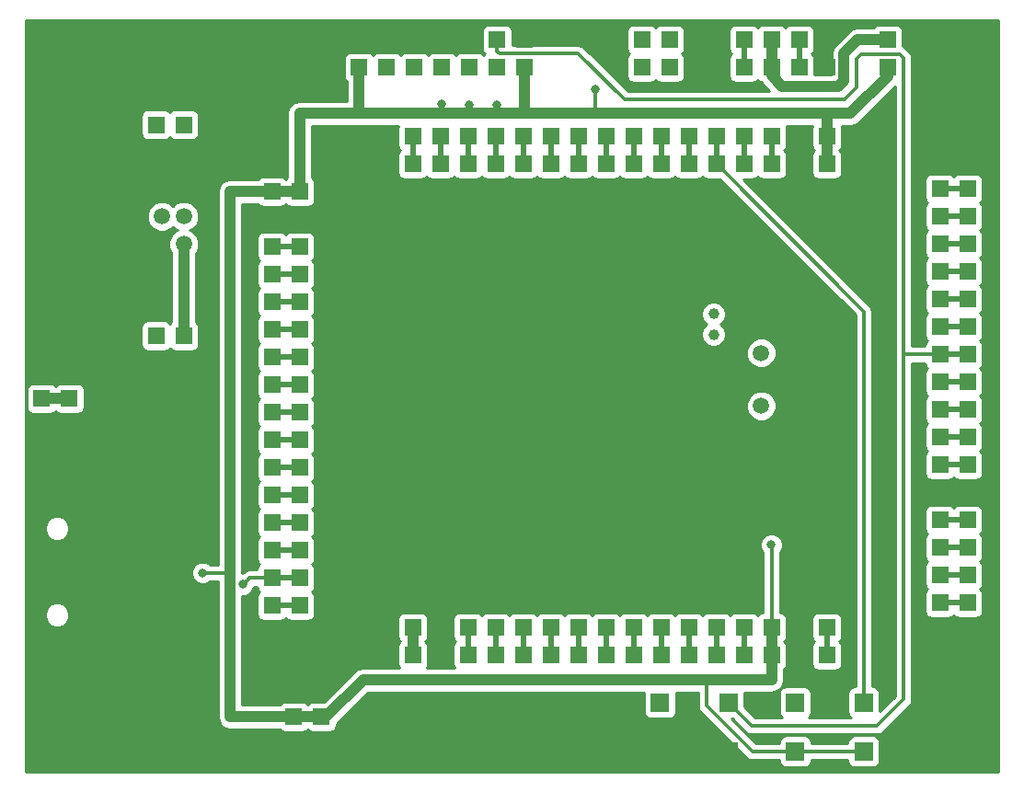
<source format=gbr>
G04 #@! TF.FileFunction,Copper,L1,Top,Signal*
%FSLAX46Y46*%
G04 Gerber Fmt 4.6, Leading zero omitted, Abs format (unit mm)*
G04 Created by KiCad (PCBNEW 4.0.7+dfsg1-1) date Thu Jan  4 12:44:21 2018*
%MOMM*%
%LPD*%
G01*
G04 APERTURE LIST*
%ADD10C,0.300000*%
%ADD11C,0.800000*%
%ADD12C,6.000000*%
%ADD13R,1.676400X1.676400*%
%ADD14C,1.501140*%
%ADD15R,1.524000X1.524000*%
%ADD16C,1.520000*%
%ADD17C,2.700000*%
%ADD18C,1.000000*%
%ADD19C,1.000000*%
%ADD20C,0.500000*%
%ADD21C,0.254000*%
G04 APERTURE END LIST*
D10*
D11*
X190754000Y-109220000D03*
X190754000Y-106680000D03*
X191008000Y-88900000D03*
X191008000Y-91440000D03*
X191008000Y-93800000D03*
X164338000Y-70612000D03*
X168910000Y-70612000D03*
X170180000Y-65786000D03*
X159258000Y-65024000D03*
X157480000Y-65786000D03*
X123698000Y-126111000D03*
X123739000Y-130425000D03*
X125771000Y-130425000D03*
X130089000Y-130425000D03*
X130089000Y-124710000D03*
X125771000Y-124710000D03*
X125771000Y-126107000D03*
X130089000Y-126107000D03*
X197358000Y-117983000D03*
X197358000Y-115443000D03*
X197358000Y-112903000D03*
X197358000Y-110363000D03*
X197358000Y-107823000D03*
X197358000Y-105283000D03*
X197358000Y-102743000D03*
X197358000Y-100203000D03*
X197358000Y-97663000D03*
X197358000Y-95123000D03*
X197358000Y-92583000D03*
X197358000Y-90043000D03*
X197358000Y-87503000D03*
X197358000Y-84963000D03*
X197358000Y-82423000D03*
X197358000Y-79883000D03*
X137922000Y-130175000D03*
X139954000Y-130175000D03*
X139954000Y-127127000D03*
X137033000Y-124333000D03*
X136652000Y-121158000D03*
X141986000Y-121158000D03*
X127000000Y-72644000D03*
X124714000Y-80264000D03*
X121666000Y-80264000D03*
X121666000Y-77724000D03*
X124714000Y-77724000D03*
X129540000Y-75184000D03*
X128270000Y-77724000D03*
X125730000Y-75184000D03*
X191008000Y-73152000D03*
X187960000Y-73152000D03*
X187960000Y-75692000D03*
X191008000Y-75692000D03*
X191008000Y-78232000D03*
X187960000Y-78232000D03*
X184404000Y-124968000D03*
X184404000Y-122428000D03*
X184404000Y-119888000D03*
X187452000Y-119888000D03*
X187452000Y-122428000D03*
X191516000Y-119888000D03*
X191516000Y-122428000D03*
X191516000Y-124968000D03*
X187452000Y-124968000D03*
X181864000Y-124968000D03*
X179324000Y-124968000D03*
X163576000Y-127000000D03*
X161036000Y-127000000D03*
X158496000Y-127000000D03*
X155956000Y-127000000D03*
X153416000Y-127000000D03*
X150876000Y-127000000D03*
X152654000Y-114046000D03*
X155194000Y-111506000D03*
X159004000Y-107696000D03*
X140716000Y-80264000D03*
X140716000Y-82804000D03*
X140716000Y-89662000D03*
X143256000Y-92202000D03*
X145796000Y-94742000D03*
X154686000Y-90932000D03*
X146812000Y-90932000D03*
X149352000Y-93472000D03*
X134366000Y-71374000D03*
X136906000Y-71374000D03*
X131826000Y-72644000D03*
X131826000Y-77724000D03*
X131826000Y-75184000D03*
X140716000Y-75184000D03*
X138176000Y-75184000D03*
X135636000Y-75184000D03*
X140716000Y-77724000D03*
X138176000Y-77724000D03*
X135636000Y-77724000D03*
X115160000Y-122620000D03*
X114000000Y-120080000D03*
X114000000Y-117540000D03*
X114000000Y-115000000D03*
X114000000Y-112460000D03*
X114000000Y-109920000D03*
X114000000Y-107380000D03*
X119800000Y-120090000D03*
X119800000Y-117550000D03*
X119800000Y-107390000D03*
X119800000Y-109930000D03*
X129200000Y-120900000D03*
X125900000Y-120900000D03*
X129200000Y-118360000D03*
X125900000Y-117550000D03*
X119800000Y-112470000D03*
X119800000Y-115010000D03*
X125900000Y-110740000D03*
X129200000Y-108200000D03*
X125900000Y-108200000D03*
X129200000Y-105660000D03*
X125900000Y-105660000D03*
X129200000Y-103120000D03*
X129200000Y-100580000D03*
X125900000Y-100580000D03*
X129200000Y-98040000D03*
X125900000Y-98040000D03*
X129200000Y-95500000D03*
X125900000Y-95500000D03*
X129200000Y-92960000D03*
X125900000Y-92960000D03*
X129200000Y-85340000D03*
X129200000Y-82800000D03*
X125900000Y-82800000D03*
X153416000Y-106172000D03*
X150876000Y-106172000D03*
X157226000Y-104902000D03*
X154686000Y-104902000D03*
X152146000Y-104902000D03*
X163300000Y-99100000D03*
X167700000Y-103400000D03*
X159100000Y-103400000D03*
X167700000Y-94800000D03*
X159100000Y-94800000D03*
X176600000Y-109200000D03*
X167600000Y-111400000D03*
X187452000Y-117348000D03*
X184404000Y-117348000D03*
X187600000Y-106500000D03*
X187600000Y-109200000D03*
X182100000Y-109200000D03*
X182100000Y-106500000D03*
X157226000Y-93472000D03*
X178400000Y-79600000D03*
X173400000Y-83600000D03*
X167900000Y-88900000D03*
X183500000Y-86300000D03*
X178900000Y-92200000D03*
X178400000Y-88800000D03*
X185700000Y-86300000D03*
X185700000Y-88800000D03*
X187900000Y-88800000D03*
X187900000Y-86300000D03*
X187900000Y-91300000D03*
X176300000Y-97600000D03*
X184200000Y-91800000D03*
X182500000Y-93300000D03*
X187900000Y-93800000D03*
X183800000Y-99000000D03*
X183900000Y-97300000D03*
X187900000Y-98900000D03*
X187900000Y-96400000D03*
X179500000Y-87700000D03*
X180700000Y-90600000D03*
X182300000Y-99000000D03*
D12*
X112776000Y-68580000D03*
X194056000Y-129540000D03*
X112776000Y-129540000D03*
X194056000Y-68580000D03*
D13*
X167030000Y-131790000D03*
X167030000Y-127290000D03*
X173330000Y-131790000D03*
X173330000Y-127290000D03*
X185776000Y-127290000D03*
X185776000Y-131790000D03*
X179476000Y-127290000D03*
X179476000Y-131790000D03*
D14*
X176339500Y-95095060D03*
X176339500Y-99976940D03*
D15*
X120650000Y-74104500D03*
X123190000Y-74104500D03*
X120650000Y-93535500D03*
X123190000Y-93535500D03*
X112670000Y-101840000D03*
X110130000Y-101840000D03*
X112670000Y-99300000D03*
X110130000Y-99300000D03*
X112670000Y-96760000D03*
X110130000Y-96760000D03*
X182372000Y-66294000D03*
X182372000Y-68834000D03*
X179832000Y-66294000D03*
X179832000Y-68834000D03*
X177292000Y-66294000D03*
X177292000Y-68834000D03*
X174752000Y-66294000D03*
X174752000Y-68834000D03*
X172212000Y-66294000D03*
X172212000Y-68834000D03*
X133330000Y-126060000D03*
X135870000Y-126060000D03*
X133330000Y-128600000D03*
X135870000Y-128600000D03*
X133330000Y-131140000D03*
X135870000Y-131140000D03*
X192786000Y-80010000D03*
X195326000Y-80010000D03*
X192786000Y-82550000D03*
X195326000Y-82550000D03*
X192786000Y-85090000D03*
X195326000Y-85090000D03*
X192786000Y-87630000D03*
X195326000Y-87630000D03*
X192786000Y-90170000D03*
X195326000Y-90170000D03*
X192786000Y-92710000D03*
X195326000Y-92710000D03*
X192786000Y-95250000D03*
X195326000Y-95250000D03*
X192786000Y-97790000D03*
X195326000Y-97790000D03*
X192786000Y-100330000D03*
X195326000Y-100330000D03*
X192786000Y-102870000D03*
X195326000Y-102870000D03*
X192786000Y-105410000D03*
X195326000Y-105410000D03*
X192786000Y-107950000D03*
X195326000Y-107950000D03*
X192786000Y-110490000D03*
X195326000Y-110490000D03*
X192786000Y-113030000D03*
X195326000Y-113030000D03*
X192786000Y-115570000D03*
X195326000Y-115570000D03*
X192786000Y-118110000D03*
X195326000Y-118110000D03*
D16*
X123190000Y-82550000D03*
X123190000Y-85090000D03*
X121190000Y-85090000D03*
X121190000Y-82550000D03*
D17*
X118490000Y-77820000D03*
X118490000Y-89820000D03*
D15*
X165354000Y-66294000D03*
X167894000Y-66294000D03*
X165354000Y-68834000D03*
X167894000Y-68834000D03*
X187960000Y-68834000D03*
X187960000Y-66294000D03*
X182372000Y-75184000D03*
X182372000Y-77724000D03*
X179832000Y-75184000D03*
X179832000Y-77724000D03*
X177292000Y-75184000D03*
X177292000Y-77724000D03*
X174752000Y-75184000D03*
X174752000Y-77724000D03*
X172212000Y-75184000D03*
X172212000Y-77724000D03*
X169672000Y-75184000D03*
X169672000Y-77724000D03*
X167132000Y-75184000D03*
X167132000Y-77724000D03*
X164592000Y-75184000D03*
X164592000Y-77724000D03*
X162052000Y-75184000D03*
X162052000Y-77724000D03*
X159512000Y-75184000D03*
X159512000Y-77724000D03*
X156972000Y-75184000D03*
X156972000Y-77724000D03*
X154432000Y-75184000D03*
X154432000Y-77724000D03*
X151892000Y-75184000D03*
X151892000Y-77724000D03*
X149352000Y-75184000D03*
X149352000Y-77724000D03*
X146812000Y-75184000D03*
X146812000Y-77724000D03*
X144272000Y-75184000D03*
X144272000Y-77724000D03*
X131318000Y-80264000D03*
X133858000Y-80264000D03*
X131318000Y-82804000D03*
X133858000Y-82804000D03*
X131318000Y-85344000D03*
X133858000Y-85344000D03*
X131318000Y-87884000D03*
X133858000Y-87884000D03*
X131318000Y-90424000D03*
X133858000Y-90424000D03*
X131318000Y-92964000D03*
X133858000Y-92964000D03*
X131318000Y-95504000D03*
X133858000Y-95504000D03*
X131318000Y-98044000D03*
X133858000Y-98044000D03*
X131318000Y-100584000D03*
X133858000Y-100584000D03*
X131318000Y-103124000D03*
X133858000Y-103124000D03*
X131318000Y-105664000D03*
X133858000Y-105664000D03*
X131318000Y-108204000D03*
X133858000Y-108204000D03*
X131318000Y-110744000D03*
X133858000Y-110744000D03*
X131318000Y-113284000D03*
X133858000Y-113284000D03*
X131318000Y-115824000D03*
X133858000Y-115824000D03*
X131318000Y-118364000D03*
X133858000Y-118364000D03*
X144272000Y-122936000D03*
X144272000Y-120396000D03*
X146812000Y-122936000D03*
X146812000Y-120396000D03*
X149352000Y-122936000D03*
X149352000Y-120396000D03*
X151892000Y-122936000D03*
X151892000Y-120396000D03*
X154432000Y-122936000D03*
X154432000Y-120396000D03*
X156972000Y-122936000D03*
X156972000Y-120396000D03*
X159512000Y-122936000D03*
X159512000Y-120396000D03*
X162052000Y-122936000D03*
X162052000Y-120396000D03*
X164592000Y-122936000D03*
X164592000Y-120396000D03*
X167132000Y-122936000D03*
X167132000Y-120396000D03*
X169672000Y-122936000D03*
X169672000Y-120396000D03*
X172212000Y-122936000D03*
X172212000Y-120396000D03*
X174752000Y-122936000D03*
X174752000Y-120396000D03*
X177292000Y-122936000D03*
X177292000Y-120396000D03*
X179832000Y-122936000D03*
X179832000Y-120396000D03*
X182372000Y-122936000D03*
X182372000Y-120396000D03*
X139330000Y-68820000D03*
X139330000Y-66280000D03*
X141870000Y-68820000D03*
X141870000Y-66280000D03*
X144410000Y-68820000D03*
X144410000Y-66280000D03*
X146950000Y-68820000D03*
X146950000Y-66280000D03*
X149490000Y-68820000D03*
X149490000Y-66280000D03*
X152030000Y-68820000D03*
X152030000Y-66280000D03*
X154570000Y-68820000D03*
X154570000Y-66280000D03*
D18*
X171958000Y-91508500D03*
X171958000Y-93408500D03*
D11*
X152019000Y-72263000D03*
X149479000Y-72263000D03*
X146939000Y-72228002D03*
X143129000Y-73050000D03*
X124950000Y-115350000D03*
X161036000Y-70866000D03*
X177270000Y-112770000D03*
X128650000Y-116425000D03*
D19*
X149479000Y-73050000D02*
X152019000Y-73050000D01*
X152019000Y-73050000D02*
X154600000Y-73050000D01*
D10*
X152019000Y-72263000D02*
X152019000Y-73050000D01*
D19*
X146812000Y-73050000D02*
X149479000Y-73050000D01*
D10*
X149479000Y-72263000D02*
X149479000Y-73050000D01*
D19*
X143129000Y-73050000D02*
X146812000Y-73050000D01*
D10*
X146939000Y-72228002D02*
X146939000Y-72923000D01*
X146939000Y-72923000D02*
X146812000Y-73050000D01*
D19*
X139350000Y-73050000D02*
X143129000Y-73050000D01*
X133858000Y-73050000D02*
X139350000Y-73050000D01*
X139330000Y-73030000D02*
X139330000Y-68820000D01*
X139350000Y-73050000D02*
X139330000Y-73030000D01*
X154600000Y-73050000D02*
X161036000Y-73050000D01*
X154570000Y-73020000D02*
X154570000Y-68820000D01*
X154600000Y-73050000D02*
X154570000Y-73020000D01*
D10*
X124950000Y-115350000D02*
X125515685Y-115350000D01*
X125515685Y-115350000D02*
X127450000Y-115350000D01*
D19*
X187960000Y-68834000D02*
X187960000Y-69621400D01*
X187960000Y-69621400D02*
X184531400Y-73050000D01*
X184531400Y-73050000D02*
X184506000Y-73050000D01*
X184506000Y-73050000D02*
X182308500Y-73050000D01*
X161036000Y-73050000D02*
X182308500Y-73050000D01*
X182372000Y-75184000D02*
X182372000Y-73422000D01*
X182372000Y-73422000D02*
X182308500Y-73358500D01*
X182308500Y-73358500D02*
X182308500Y-73050000D01*
D10*
X161036000Y-70866000D02*
X161036000Y-73050000D01*
D19*
X127450000Y-128600000D02*
X127450000Y-115350000D01*
X127450000Y-115350000D02*
X127450000Y-80264000D01*
X133858000Y-80264000D02*
X133858000Y-73050000D01*
D10*
X185776000Y-131790000D02*
X184637800Y-131790000D01*
X184637800Y-131790000D02*
X179476000Y-131790000D01*
D19*
X139700000Y-125200000D02*
X171300000Y-125200000D01*
X171300000Y-125200000D02*
X177300000Y-125200000D01*
D10*
X179476000Y-131790000D02*
X175523598Y-131790000D01*
X175523598Y-131790000D02*
X171300000Y-127566402D01*
X171300000Y-127566402D02*
X171300000Y-125200000D01*
D19*
X135870000Y-128600000D02*
X136300000Y-128600000D01*
X136300000Y-128600000D02*
X139700000Y-125200000D01*
X177300000Y-122944000D02*
X177292000Y-122936000D01*
X177300000Y-125200000D02*
X177300000Y-122944000D01*
X133330000Y-128600000D02*
X127450000Y-128600000D01*
X127450000Y-80264000D02*
X131318000Y-80264000D01*
X133330000Y-128600000D02*
X135870000Y-128600000D01*
D10*
X177292000Y-112792000D02*
X177270000Y-112770000D01*
X177292000Y-120396000D02*
X177292000Y-112792000D01*
D19*
X131318000Y-80264000D02*
X133858000Y-80264000D01*
X144272000Y-122936000D02*
X144272000Y-120396000D01*
X177292000Y-120396000D02*
X177292000Y-122936000D01*
X182372000Y-75184000D02*
X182372000Y-77724000D01*
D10*
X189430000Y-95200000D02*
X189430000Y-67980000D01*
X159500000Y-67550000D02*
X152238000Y-67550000D01*
X189430000Y-67980000D02*
X189050000Y-67600000D01*
X189050000Y-67600000D02*
X185550000Y-67600000D01*
X185150000Y-68000000D02*
X185150000Y-70650000D01*
X185550000Y-67600000D02*
X185150000Y-68000000D01*
X163750000Y-71800000D02*
X159500000Y-67550000D01*
X185150000Y-70650000D02*
X184000000Y-71800000D01*
X184000000Y-71800000D02*
X163750000Y-71800000D01*
X152238000Y-67550000D02*
X152030000Y-67342000D01*
X152030000Y-67342000D02*
X152030000Y-66280000D01*
X189430000Y-97544000D02*
X189430000Y-95200000D01*
X192786000Y-95250000D02*
X189480000Y-95250000D01*
X189480000Y-95250000D02*
X189430000Y-95200000D01*
X173330000Y-127290000D02*
X173330000Y-127300000D01*
X189430000Y-127010000D02*
X189430000Y-97544000D01*
X173330000Y-127300000D02*
X175460000Y-129430000D01*
X175460000Y-129430000D02*
X187010000Y-129430000D01*
X187010000Y-129430000D02*
X189430000Y-127010000D01*
D20*
X192786000Y-95250000D02*
X195326000Y-95250000D01*
D10*
X185776000Y-127290000D02*
X185776000Y-91288000D01*
X185776000Y-91288000D02*
X172212000Y-77724000D01*
D20*
X172212000Y-75184000D02*
X172212000Y-77724000D01*
D19*
X110130000Y-99300000D02*
X112670000Y-99300000D01*
D20*
X195326000Y-80010000D02*
X192786000Y-80010000D01*
X192786000Y-82550000D02*
X195326000Y-82550000D01*
X192786000Y-85090000D02*
X195326000Y-85090000D01*
X192786000Y-87630000D02*
X195326000Y-87630000D01*
X192786000Y-90170000D02*
X195326000Y-90170000D01*
X195326000Y-92710000D02*
X192786000Y-92710000D01*
X195326000Y-97790000D02*
X192786000Y-97790000D01*
X192786000Y-100330000D02*
X195326000Y-100330000D01*
X195326000Y-102870000D02*
X192786000Y-102870000D01*
X192786000Y-105410000D02*
X195326000Y-105410000D01*
X195326000Y-110490000D02*
X192786000Y-110490000D01*
X192786000Y-113030000D02*
X195326000Y-113030000D01*
X195326000Y-115570000D02*
X192786000Y-115570000D01*
X195326000Y-118110000D02*
X192786000Y-118110000D01*
X182372000Y-120396000D02*
X182372000Y-122936000D01*
X174752000Y-120396000D02*
X174752000Y-122936000D01*
X172212000Y-122936000D02*
X172212000Y-120396000D01*
X169672000Y-120396000D02*
X169672000Y-122936000D01*
X167132000Y-122936000D02*
X167132000Y-120396000D01*
X164592000Y-122936000D02*
X164592000Y-120396000D01*
X162052000Y-120396000D02*
X162052000Y-122936000D01*
X159512000Y-122936000D02*
X159512000Y-120396000D01*
X156972000Y-120396000D02*
X156972000Y-122936000D01*
X154432000Y-122936000D02*
X154432000Y-120396000D01*
X151892000Y-120396000D02*
X151892000Y-122936000D01*
X149352000Y-122936000D02*
X149352000Y-120396000D01*
X131318000Y-118364000D02*
X133858000Y-118364000D01*
D10*
X129049999Y-116025001D02*
X128650000Y-116425000D01*
X129251000Y-115824000D02*
X129049999Y-116025001D01*
X131318000Y-115824000D02*
X129251000Y-115824000D01*
D20*
X133858000Y-115824000D02*
X131318000Y-115824000D01*
X133858000Y-105664000D02*
X131318000Y-105664000D01*
X131318000Y-103124000D02*
X133858000Y-103124000D01*
X133858000Y-100584000D02*
X131318000Y-100584000D01*
X131318000Y-98044000D02*
X133858000Y-98044000D01*
X131318000Y-95504000D02*
X133858000Y-95504000D01*
X131318000Y-92964000D02*
X133858000Y-92964000D01*
X131318000Y-90424000D02*
X133858000Y-90424000D01*
X131318000Y-87884000D02*
X133858000Y-87884000D01*
X133858000Y-85344000D02*
X131318000Y-85344000D01*
X144272000Y-75184000D02*
X144272000Y-77724000D01*
X146812000Y-77724000D02*
X146812000Y-75184000D01*
X149352000Y-75184000D02*
X149352000Y-77724000D01*
X151892000Y-77724000D02*
X151892000Y-75184000D01*
X154432000Y-75184000D02*
X154432000Y-77724000D01*
X156972000Y-77724000D02*
X156972000Y-75184000D01*
X159512000Y-77724000D02*
X159512000Y-75184000D01*
X162052000Y-75184000D02*
X162052000Y-77724000D01*
X164592000Y-77724000D02*
X164592000Y-75184000D01*
X167132000Y-75184000D02*
X167132000Y-77724000D01*
X169672000Y-77724000D02*
X169672000Y-75184000D01*
X174752000Y-66294000D02*
X174752000Y-68834000D01*
X174752000Y-77724000D02*
X174752000Y-75184000D01*
X179832000Y-66294000D02*
X179832000Y-68834000D01*
X177292000Y-75184000D02*
X177292000Y-77724000D01*
D19*
X187960000Y-66294000D02*
X185206000Y-66294000D01*
X183950000Y-67550000D02*
X183950000Y-70040002D01*
X183390002Y-70600000D02*
X178296000Y-70600000D01*
X185206000Y-66294000D02*
X183950000Y-67550000D01*
X183950000Y-70040002D02*
X183390002Y-70600000D01*
X178296000Y-70600000D02*
X177292000Y-69596000D01*
X177292000Y-69596000D02*
X177292000Y-68834000D01*
X177292000Y-68834000D02*
X177292000Y-66294000D01*
X123190000Y-85090000D02*
X123190000Y-93535500D01*
D20*
X131318000Y-108204000D02*
X133858000Y-108204000D01*
X133858000Y-110744000D02*
X131318000Y-110744000D01*
X131318000Y-113284000D02*
X133858000Y-113284000D01*
D21*
G36*
X198172000Y-133656000D02*
X108660000Y-133656000D01*
X108660000Y-119474775D01*
X110402803Y-119474775D01*
X110575233Y-119892086D01*
X110894235Y-120211645D01*
X111311244Y-120384803D01*
X111762775Y-120385197D01*
X112180086Y-120212767D01*
X112499645Y-119893765D01*
X112672803Y-119476756D01*
X112673197Y-119025225D01*
X112500767Y-118607914D01*
X112181765Y-118288355D01*
X111764756Y-118115197D01*
X111313225Y-118114803D01*
X110895914Y-118287233D01*
X110576355Y-118606235D01*
X110403197Y-119023244D01*
X110402803Y-119474775D01*
X108660000Y-119474775D01*
X108660000Y-115554971D01*
X123914821Y-115554971D01*
X124072058Y-115935515D01*
X124362954Y-116226919D01*
X124743223Y-116384820D01*
X125154971Y-116385179D01*
X125535515Y-116227942D01*
X125628619Y-116135000D01*
X126315000Y-116135000D01*
X126315000Y-128600000D01*
X126401397Y-129034346D01*
X126647434Y-129402566D01*
X127015654Y-129648603D01*
X127450000Y-129735000D01*
X132053435Y-129735000D01*
X132103910Y-129813441D01*
X132316110Y-129958431D01*
X132568000Y-130009440D01*
X134092000Y-130009440D01*
X134327317Y-129965162D01*
X134543441Y-129826090D01*
X134599374Y-129744230D01*
X134643910Y-129813441D01*
X134856110Y-129958431D01*
X135108000Y-130009440D01*
X136632000Y-130009440D01*
X136867317Y-129965162D01*
X137083441Y-129826090D01*
X137228431Y-129613890D01*
X137279440Y-129362000D01*
X137279440Y-129225692D01*
X140170132Y-126335000D01*
X165568013Y-126335000D01*
X165544360Y-126451800D01*
X165544360Y-128128200D01*
X165588638Y-128363517D01*
X165727710Y-128579641D01*
X165939910Y-128724631D01*
X166191800Y-128775640D01*
X167868200Y-128775640D01*
X168103517Y-128731362D01*
X168319641Y-128592290D01*
X168464631Y-128380090D01*
X168515640Y-128128200D01*
X168515640Y-126451800D01*
X168493663Y-126335000D01*
X170515000Y-126335000D01*
X170515000Y-127566402D01*
X170574755Y-127866809D01*
X170744921Y-128121481D01*
X174968519Y-132345079D01*
X175223192Y-132515245D01*
X175523598Y-132575001D01*
X175523603Y-132575000D01*
X177990360Y-132575000D01*
X177990360Y-132628200D01*
X178034638Y-132863517D01*
X178173710Y-133079641D01*
X178385910Y-133224631D01*
X178637800Y-133275640D01*
X180314200Y-133275640D01*
X180549517Y-133231362D01*
X180765641Y-133092290D01*
X180910631Y-132880090D01*
X180961640Y-132628200D01*
X180961640Y-132575000D01*
X184290360Y-132575000D01*
X184290360Y-132628200D01*
X184334638Y-132863517D01*
X184473710Y-133079641D01*
X184685910Y-133224631D01*
X184937800Y-133275640D01*
X186614200Y-133275640D01*
X186849517Y-133231362D01*
X187065641Y-133092290D01*
X187210631Y-132880090D01*
X187261640Y-132628200D01*
X187261640Y-130951800D01*
X187217362Y-130716483D01*
X187078290Y-130500359D01*
X186866090Y-130355369D01*
X186614200Y-130304360D01*
X184937800Y-130304360D01*
X184702483Y-130348638D01*
X184486359Y-130487710D01*
X184341369Y-130699910D01*
X184290360Y-130951800D01*
X184290360Y-131005000D01*
X180961640Y-131005000D01*
X180961640Y-130951800D01*
X180917362Y-130716483D01*
X180778290Y-130500359D01*
X180566090Y-130355369D01*
X180314200Y-130304360D01*
X178637800Y-130304360D01*
X178402483Y-130348638D01*
X178186359Y-130487710D01*
X178041369Y-130699910D01*
X177990360Y-130951800D01*
X177990360Y-131005000D01*
X175848756Y-131005000D01*
X173619396Y-128775640D01*
X173695482Y-128775640D01*
X174904921Y-129985079D01*
X175159594Y-130155245D01*
X175460000Y-130215000D01*
X187010000Y-130215000D01*
X187310407Y-130155245D01*
X187565079Y-129985079D01*
X189985079Y-127565079D01*
X190155245Y-127310406D01*
X190215000Y-127010000D01*
X190215000Y-109728000D01*
X191376560Y-109728000D01*
X191376560Y-111252000D01*
X191420838Y-111487317D01*
X191559910Y-111703441D01*
X191641770Y-111759374D01*
X191572559Y-111803910D01*
X191427569Y-112016110D01*
X191376560Y-112268000D01*
X191376560Y-113792000D01*
X191420838Y-114027317D01*
X191559910Y-114243441D01*
X191641770Y-114299374D01*
X191572559Y-114343910D01*
X191427569Y-114556110D01*
X191376560Y-114808000D01*
X191376560Y-116332000D01*
X191420838Y-116567317D01*
X191559910Y-116783441D01*
X191641770Y-116839374D01*
X191572559Y-116883910D01*
X191427569Y-117096110D01*
X191376560Y-117348000D01*
X191376560Y-118872000D01*
X191420838Y-119107317D01*
X191559910Y-119323441D01*
X191772110Y-119468431D01*
X192024000Y-119519440D01*
X193548000Y-119519440D01*
X193783317Y-119475162D01*
X193999441Y-119336090D01*
X194055374Y-119254230D01*
X194099910Y-119323441D01*
X194312110Y-119468431D01*
X194564000Y-119519440D01*
X196088000Y-119519440D01*
X196323317Y-119475162D01*
X196539441Y-119336090D01*
X196684431Y-119123890D01*
X196735440Y-118872000D01*
X196735440Y-117348000D01*
X196691162Y-117112683D01*
X196552090Y-116896559D01*
X196470230Y-116840626D01*
X196539441Y-116796090D01*
X196684431Y-116583890D01*
X196735440Y-116332000D01*
X196735440Y-114808000D01*
X196691162Y-114572683D01*
X196552090Y-114356559D01*
X196470230Y-114300626D01*
X196539441Y-114256090D01*
X196684431Y-114043890D01*
X196735440Y-113792000D01*
X196735440Y-112268000D01*
X196691162Y-112032683D01*
X196552090Y-111816559D01*
X196470230Y-111760626D01*
X196539441Y-111716090D01*
X196684431Y-111503890D01*
X196735440Y-111252000D01*
X196735440Y-109728000D01*
X196691162Y-109492683D01*
X196552090Y-109276559D01*
X196339890Y-109131569D01*
X196088000Y-109080560D01*
X194564000Y-109080560D01*
X194328683Y-109124838D01*
X194112559Y-109263910D01*
X194056626Y-109345770D01*
X194012090Y-109276559D01*
X193799890Y-109131569D01*
X193548000Y-109080560D01*
X192024000Y-109080560D01*
X191788683Y-109124838D01*
X191572559Y-109263910D01*
X191427569Y-109476110D01*
X191376560Y-109728000D01*
X190215000Y-109728000D01*
X190215000Y-96035000D01*
X191380888Y-96035000D01*
X191420838Y-96247317D01*
X191559910Y-96463441D01*
X191641770Y-96519374D01*
X191572559Y-96563910D01*
X191427569Y-96776110D01*
X191376560Y-97028000D01*
X191376560Y-98552000D01*
X191420838Y-98787317D01*
X191559910Y-99003441D01*
X191641770Y-99059374D01*
X191572559Y-99103910D01*
X191427569Y-99316110D01*
X191376560Y-99568000D01*
X191376560Y-101092000D01*
X191420838Y-101327317D01*
X191559910Y-101543441D01*
X191641770Y-101599374D01*
X191572559Y-101643910D01*
X191427569Y-101856110D01*
X191376560Y-102108000D01*
X191376560Y-103632000D01*
X191420838Y-103867317D01*
X191559910Y-104083441D01*
X191641770Y-104139374D01*
X191572559Y-104183910D01*
X191427569Y-104396110D01*
X191376560Y-104648000D01*
X191376560Y-106172000D01*
X191420838Y-106407317D01*
X191559910Y-106623441D01*
X191772110Y-106768431D01*
X192024000Y-106819440D01*
X193548000Y-106819440D01*
X193783317Y-106775162D01*
X193999441Y-106636090D01*
X194055374Y-106554230D01*
X194099910Y-106623441D01*
X194312110Y-106768431D01*
X194564000Y-106819440D01*
X196088000Y-106819440D01*
X196323317Y-106775162D01*
X196539441Y-106636090D01*
X196684431Y-106423890D01*
X196735440Y-106172000D01*
X196735440Y-104648000D01*
X196691162Y-104412683D01*
X196552090Y-104196559D01*
X196470230Y-104140626D01*
X196539441Y-104096090D01*
X196684431Y-103883890D01*
X196735440Y-103632000D01*
X196735440Y-102108000D01*
X196691162Y-101872683D01*
X196552090Y-101656559D01*
X196470230Y-101600626D01*
X196539441Y-101556090D01*
X196684431Y-101343890D01*
X196735440Y-101092000D01*
X196735440Y-99568000D01*
X196691162Y-99332683D01*
X196552090Y-99116559D01*
X196470230Y-99060626D01*
X196539441Y-99016090D01*
X196684431Y-98803890D01*
X196735440Y-98552000D01*
X196735440Y-97028000D01*
X196691162Y-96792683D01*
X196552090Y-96576559D01*
X196470230Y-96520626D01*
X196539441Y-96476090D01*
X196684431Y-96263890D01*
X196735440Y-96012000D01*
X196735440Y-94488000D01*
X196691162Y-94252683D01*
X196552090Y-94036559D01*
X196470230Y-93980626D01*
X196539441Y-93936090D01*
X196684431Y-93723890D01*
X196735440Y-93472000D01*
X196735440Y-91948000D01*
X196691162Y-91712683D01*
X196552090Y-91496559D01*
X196470230Y-91440626D01*
X196539441Y-91396090D01*
X196684431Y-91183890D01*
X196735440Y-90932000D01*
X196735440Y-89408000D01*
X196691162Y-89172683D01*
X196552090Y-88956559D01*
X196470230Y-88900626D01*
X196539441Y-88856090D01*
X196684431Y-88643890D01*
X196735440Y-88392000D01*
X196735440Y-86868000D01*
X196691162Y-86632683D01*
X196552090Y-86416559D01*
X196470230Y-86360626D01*
X196539441Y-86316090D01*
X196684431Y-86103890D01*
X196735440Y-85852000D01*
X196735440Y-84328000D01*
X196691162Y-84092683D01*
X196552090Y-83876559D01*
X196470230Y-83820626D01*
X196539441Y-83776090D01*
X196684431Y-83563890D01*
X196735440Y-83312000D01*
X196735440Y-81788000D01*
X196691162Y-81552683D01*
X196552090Y-81336559D01*
X196470230Y-81280626D01*
X196539441Y-81236090D01*
X196684431Y-81023890D01*
X196735440Y-80772000D01*
X196735440Y-79248000D01*
X196691162Y-79012683D01*
X196552090Y-78796559D01*
X196339890Y-78651569D01*
X196088000Y-78600560D01*
X194564000Y-78600560D01*
X194328683Y-78644838D01*
X194112559Y-78783910D01*
X194056626Y-78865770D01*
X194012090Y-78796559D01*
X193799890Y-78651569D01*
X193548000Y-78600560D01*
X192024000Y-78600560D01*
X191788683Y-78644838D01*
X191572559Y-78783910D01*
X191427569Y-78996110D01*
X191376560Y-79248000D01*
X191376560Y-80772000D01*
X191420838Y-81007317D01*
X191559910Y-81223441D01*
X191641770Y-81279374D01*
X191572559Y-81323910D01*
X191427569Y-81536110D01*
X191376560Y-81788000D01*
X191376560Y-83312000D01*
X191420838Y-83547317D01*
X191559910Y-83763441D01*
X191641770Y-83819374D01*
X191572559Y-83863910D01*
X191427569Y-84076110D01*
X191376560Y-84328000D01*
X191376560Y-85852000D01*
X191420838Y-86087317D01*
X191559910Y-86303441D01*
X191641770Y-86359374D01*
X191572559Y-86403910D01*
X191427569Y-86616110D01*
X191376560Y-86868000D01*
X191376560Y-88392000D01*
X191420838Y-88627317D01*
X191559910Y-88843441D01*
X191641770Y-88899374D01*
X191572559Y-88943910D01*
X191427569Y-89156110D01*
X191376560Y-89408000D01*
X191376560Y-90932000D01*
X191420838Y-91167317D01*
X191559910Y-91383441D01*
X191641770Y-91439374D01*
X191572559Y-91483910D01*
X191427569Y-91696110D01*
X191376560Y-91948000D01*
X191376560Y-93472000D01*
X191420838Y-93707317D01*
X191559910Y-93923441D01*
X191641770Y-93979374D01*
X191572559Y-94023910D01*
X191427569Y-94236110D01*
X191381218Y-94465000D01*
X190215000Y-94465000D01*
X190215000Y-67980000D01*
X190186492Y-67836683D01*
X190155245Y-67679593D01*
X189985079Y-67424921D01*
X189605079Y-67044921D01*
X189369440Y-66887472D01*
X189369440Y-65532000D01*
X189325162Y-65296683D01*
X189186090Y-65080559D01*
X188973890Y-64935569D01*
X188722000Y-64884560D01*
X187198000Y-64884560D01*
X186962683Y-64928838D01*
X186746559Y-65067910D01*
X186684320Y-65159000D01*
X185206000Y-65159000D01*
X184771654Y-65245397D01*
X184526805Y-65409000D01*
X184403434Y-65491434D01*
X183147434Y-66747434D01*
X182901397Y-67115654D01*
X182815000Y-67550000D01*
X182815000Y-69465000D01*
X181241440Y-69465000D01*
X181241440Y-68072000D01*
X181197162Y-67836683D01*
X181058090Y-67620559D01*
X180976230Y-67564626D01*
X181045441Y-67520090D01*
X181190431Y-67307890D01*
X181241440Y-67056000D01*
X181241440Y-65532000D01*
X181197162Y-65296683D01*
X181058090Y-65080559D01*
X180845890Y-64935569D01*
X180594000Y-64884560D01*
X179070000Y-64884560D01*
X178834683Y-64928838D01*
X178618559Y-65067910D01*
X178562626Y-65149770D01*
X178518090Y-65080559D01*
X178305890Y-64935569D01*
X178054000Y-64884560D01*
X176530000Y-64884560D01*
X176294683Y-64928838D01*
X176078559Y-65067910D01*
X176022626Y-65149770D01*
X175978090Y-65080559D01*
X175765890Y-64935569D01*
X175514000Y-64884560D01*
X173990000Y-64884560D01*
X173754683Y-64928838D01*
X173538559Y-65067910D01*
X173393569Y-65280110D01*
X173342560Y-65532000D01*
X173342560Y-67056000D01*
X173386838Y-67291317D01*
X173525910Y-67507441D01*
X173607770Y-67563374D01*
X173538559Y-67607910D01*
X173393569Y-67820110D01*
X173342560Y-68072000D01*
X173342560Y-69596000D01*
X173386838Y-69831317D01*
X173525910Y-70047441D01*
X173738110Y-70192431D01*
X173990000Y-70243440D01*
X175514000Y-70243440D01*
X175749317Y-70199162D01*
X175965441Y-70060090D01*
X176021374Y-69978230D01*
X176065910Y-70047441D01*
X176278110Y-70192431D01*
X176363214Y-70209665D01*
X176456711Y-70349593D01*
X176489434Y-70398566D01*
X177105868Y-71015000D01*
X164075158Y-71015000D01*
X160055079Y-66994921D01*
X159800407Y-66824755D01*
X159500000Y-66765000D01*
X153439440Y-66765000D01*
X153439440Y-65532000D01*
X163944560Y-65532000D01*
X163944560Y-67056000D01*
X163988838Y-67291317D01*
X164127910Y-67507441D01*
X164209770Y-67563374D01*
X164140559Y-67607910D01*
X163995569Y-67820110D01*
X163944560Y-68072000D01*
X163944560Y-69596000D01*
X163988838Y-69831317D01*
X164127910Y-70047441D01*
X164340110Y-70192431D01*
X164592000Y-70243440D01*
X166116000Y-70243440D01*
X166351317Y-70199162D01*
X166567441Y-70060090D01*
X166623374Y-69978230D01*
X166667910Y-70047441D01*
X166880110Y-70192431D01*
X167132000Y-70243440D01*
X168656000Y-70243440D01*
X168891317Y-70199162D01*
X169107441Y-70060090D01*
X169252431Y-69847890D01*
X169303440Y-69596000D01*
X169303440Y-68072000D01*
X169259162Y-67836683D01*
X169120090Y-67620559D01*
X169038230Y-67564626D01*
X169107441Y-67520090D01*
X169252431Y-67307890D01*
X169303440Y-67056000D01*
X169303440Y-65532000D01*
X169259162Y-65296683D01*
X169120090Y-65080559D01*
X168907890Y-64935569D01*
X168656000Y-64884560D01*
X167132000Y-64884560D01*
X166896683Y-64928838D01*
X166680559Y-65067910D01*
X166624626Y-65149770D01*
X166580090Y-65080559D01*
X166367890Y-64935569D01*
X166116000Y-64884560D01*
X164592000Y-64884560D01*
X164356683Y-64928838D01*
X164140559Y-65067910D01*
X163995569Y-65280110D01*
X163944560Y-65532000D01*
X153439440Y-65532000D01*
X153439440Y-65518000D01*
X153395162Y-65282683D01*
X153256090Y-65066559D01*
X153043890Y-64921569D01*
X152792000Y-64870560D01*
X151268000Y-64870560D01*
X151032683Y-64914838D01*
X150816559Y-65053910D01*
X150671569Y-65266110D01*
X150620560Y-65518000D01*
X150620560Y-67042000D01*
X150664838Y-67277317D01*
X150803910Y-67493441D01*
X150885770Y-67549374D01*
X150816559Y-67593910D01*
X150760626Y-67675770D01*
X150716090Y-67606559D01*
X150503890Y-67461569D01*
X150252000Y-67410560D01*
X148728000Y-67410560D01*
X148492683Y-67454838D01*
X148276559Y-67593910D01*
X148220626Y-67675770D01*
X148176090Y-67606559D01*
X147963890Y-67461569D01*
X147712000Y-67410560D01*
X146188000Y-67410560D01*
X145952683Y-67454838D01*
X145736559Y-67593910D01*
X145680626Y-67675770D01*
X145636090Y-67606559D01*
X145423890Y-67461569D01*
X145172000Y-67410560D01*
X143648000Y-67410560D01*
X143412683Y-67454838D01*
X143196559Y-67593910D01*
X143140626Y-67675770D01*
X143096090Y-67606559D01*
X142883890Y-67461569D01*
X142632000Y-67410560D01*
X141108000Y-67410560D01*
X140872683Y-67454838D01*
X140656559Y-67593910D01*
X140600626Y-67675770D01*
X140556090Y-67606559D01*
X140343890Y-67461569D01*
X140092000Y-67410560D01*
X138568000Y-67410560D01*
X138332683Y-67454838D01*
X138116559Y-67593910D01*
X137971569Y-67806110D01*
X137920560Y-68058000D01*
X137920560Y-69582000D01*
X137964838Y-69817317D01*
X138103910Y-70033441D01*
X138195000Y-70095680D01*
X138195000Y-71915000D01*
X133858000Y-71915000D01*
X133423654Y-72001397D01*
X133055434Y-72247434D01*
X132809397Y-72615654D01*
X132723000Y-73050000D01*
X132723000Y-78987435D01*
X132644559Y-79037910D01*
X132588626Y-79119770D01*
X132544090Y-79050559D01*
X132331890Y-78905569D01*
X132080000Y-78854560D01*
X130556000Y-78854560D01*
X130320683Y-78898838D01*
X130104559Y-79037910D01*
X130042320Y-79129000D01*
X127450000Y-79129000D01*
X127015654Y-79215397D01*
X126647434Y-79461434D01*
X126401397Y-79829654D01*
X126315000Y-80264000D01*
X126315000Y-114565000D01*
X125628805Y-114565000D01*
X125537046Y-114473081D01*
X125156777Y-114315180D01*
X124745029Y-114314821D01*
X124364485Y-114472058D01*
X124073081Y-114762954D01*
X123915180Y-115143223D01*
X123914821Y-115554971D01*
X108660000Y-115554971D01*
X108660000Y-111474775D01*
X110402803Y-111474775D01*
X110575233Y-111892086D01*
X110894235Y-112211645D01*
X111311244Y-112384803D01*
X111762775Y-112385197D01*
X112180086Y-112212767D01*
X112499645Y-111893765D01*
X112672803Y-111476756D01*
X112673197Y-111025225D01*
X112500767Y-110607914D01*
X112181765Y-110288355D01*
X111764756Y-110115197D01*
X111313225Y-110114803D01*
X110895914Y-110287233D01*
X110576355Y-110606235D01*
X110403197Y-111023244D01*
X110402803Y-111474775D01*
X108660000Y-111474775D01*
X108660000Y-98538000D01*
X108720560Y-98538000D01*
X108720560Y-100062000D01*
X108764838Y-100297317D01*
X108903910Y-100513441D01*
X109116110Y-100658431D01*
X109368000Y-100709440D01*
X110892000Y-100709440D01*
X111127317Y-100665162D01*
X111343441Y-100526090D01*
X111399374Y-100444230D01*
X111443910Y-100513441D01*
X111656110Y-100658431D01*
X111908000Y-100709440D01*
X113432000Y-100709440D01*
X113667317Y-100665162D01*
X113883441Y-100526090D01*
X114028431Y-100313890D01*
X114079440Y-100062000D01*
X114079440Y-98538000D01*
X114035162Y-98302683D01*
X113896090Y-98086559D01*
X113683890Y-97941569D01*
X113432000Y-97890560D01*
X111908000Y-97890560D01*
X111672683Y-97934838D01*
X111456559Y-98073910D01*
X111400626Y-98155770D01*
X111356090Y-98086559D01*
X111143890Y-97941569D01*
X110892000Y-97890560D01*
X109368000Y-97890560D01*
X109132683Y-97934838D01*
X108916559Y-98073910D01*
X108771569Y-98286110D01*
X108720560Y-98538000D01*
X108660000Y-98538000D01*
X108660000Y-92773500D01*
X119240560Y-92773500D01*
X119240560Y-94297500D01*
X119284838Y-94532817D01*
X119423910Y-94748941D01*
X119636110Y-94893931D01*
X119888000Y-94944940D01*
X121412000Y-94944940D01*
X121647317Y-94900662D01*
X121863441Y-94761590D01*
X121919374Y-94679730D01*
X121963910Y-94748941D01*
X122176110Y-94893931D01*
X122428000Y-94944940D01*
X123952000Y-94944940D01*
X124187317Y-94900662D01*
X124403441Y-94761590D01*
X124548431Y-94549390D01*
X124599440Y-94297500D01*
X124599440Y-92773500D01*
X124555162Y-92538183D01*
X124416090Y-92322059D01*
X124325000Y-92259820D01*
X124325000Y-85928088D01*
X124371934Y-85881236D01*
X124584758Y-85368700D01*
X124585242Y-84813735D01*
X124373313Y-84300828D01*
X123981236Y-83908066D01*
X123769262Y-83820046D01*
X123979172Y-83733313D01*
X124371934Y-83341236D01*
X124584758Y-82828700D01*
X124585242Y-82273735D01*
X124373313Y-81760828D01*
X123981236Y-81368066D01*
X123468700Y-81155242D01*
X122913735Y-81154758D01*
X122400828Y-81366687D01*
X122189976Y-81577171D01*
X121981236Y-81368066D01*
X121468700Y-81155242D01*
X120913735Y-81154758D01*
X120400828Y-81366687D01*
X120008066Y-81758764D01*
X119795242Y-82271300D01*
X119794758Y-82826265D01*
X120006687Y-83339172D01*
X120398764Y-83731934D01*
X120911300Y-83944758D01*
X121466265Y-83945242D01*
X121979172Y-83733313D01*
X122190024Y-83522829D01*
X122398764Y-83731934D01*
X122610738Y-83819954D01*
X122400828Y-83906687D01*
X122008066Y-84298764D01*
X121795242Y-84811300D01*
X121794758Y-85366265D01*
X122006687Y-85879172D01*
X122055000Y-85927569D01*
X122055000Y-92258935D01*
X121976559Y-92309410D01*
X121920626Y-92391270D01*
X121876090Y-92322059D01*
X121663890Y-92177069D01*
X121412000Y-92126060D01*
X119888000Y-92126060D01*
X119652683Y-92170338D01*
X119436559Y-92309410D01*
X119291569Y-92521610D01*
X119240560Y-92773500D01*
X108660000Y-92773500D01*
X108660000Y-73342500D01*
X119240560Y-73342500D01*
X119240560Y-74866500D01*
X119284838Y-75101817D01*
X119423910Y-75317941D01*
X119636110Y-75462931D01*
X119888000Y-75513940D01*
X121412000Y-75513940D01*
X121647317Y-75469662D01*
X121863441Y-75330590D01*
X121919374Y-75248730D01*
X121963910Y-75317941D01*
X122176110Y-75462931D01*
X122428000Y-75513940D01*
X123952000Y-75513940D01*
X124187317Y-75469662D01*
X124403441Y-75330590D01*
X124548431Y-75118390D01*
X124599440Y-74866500D01*
X124599440Y-73342500D01*
X124555162Y-73107183D01*
X124416090Y-72891059D01*
X124203890Y-72746069D01*
X123952000Y-72695060D01*
X122428000Y-72695060D01*
X122192683Y-72739338D01*
X121976559Y-72878410D01*
X121920626Y-72960270D01*
X121876090Y-72891059D01*
X121663890Y-72746069D01*
X121412000Y-72695060D01*
X119888000Y-72695060D01*
X119652683Y-72739338D01*
X119436559Y-72878410D01*
X119291569Y-73090610D01*
X119240560Y-73342500D01*
X108660000Y-73342500D01*
X108660000Y-64464000D01*
X198172000Y-64464000D01*
X198172000Y-133656000D01*
X198172000Y-133656000D01*
G37*
X198172000Y-133656000D02*
X108660000Y-133656000D01*
X108660000Y-119474775D01*
X110402803Y-119474775D01*
X110575233Y-119892086D01*
X110894235Y-120211645D01*
X111311244Y-120384803D01*
X111762775Y-120385197D01*
X112180086Y-120212767D01*
X112499645Y-119893765D01*
X112672803Y-119476756D01*
X112673197Y-119025225D01*
X112500767Y-118607914D01*
X112181765Y-118288355D01*
X111764756Y-118115197D01*
X111313225Y-118114803D01*
X110895914Y-118287233D01*
X110576355Y-118606235D01*
X110403197Y-119023244D01*
X110402803Y-119474775D01*
X108660000Y-119474775D01*
X108660000Y-115554971D01*
X123914821Y-115554971D01*
X124072058Y-115935515D01*
X124362954Y-116226919D01*
X124743223Y-116384820D01*
X125154971Y-116385179D01*
X125535515Y-116227942D01*
X125628619Y-116135000D01*
X126315000Y-116135000D01*
X126315000Y-128600000D01*
X126401397Y-129034346D01*
X126647434Y-129402566D01*
X127015654Y-129648603D01*
X127450000Y-129735000D01*
X132053435Y-129735000D01*
X132103910Y-129813441D01*
X132316110Y-129958431D01*
X132568000Y-130009440D01*
X134092000Y-130009440D01*
X134327317Y-129965162D01*
X134543441Y-129826090D01*
X134599374Y-129744230D01*
X134643910Y-129813441D01*
X134856110Y-129958431D01*
X135108000Y-130009440D01*
X136632000Y-130009440D01*
X136867317Y-129965162D01*
X137083441Y-129826090D01*
X137228431Y-129613890D01*
X137279440Y-129362000D01*
X137279440Y-129225692D01*
X140170132Y-126335000D01*
X165568013Y-126335000D01*
X165544360Y-126451800D01*
X165544360Y-128128200D01*
X165588638Y-128363517D01*
X165727710Y-128579641D01*
X165939910Y-128724631D01*
X166191800Y-128775640D01*
X167868200Y-128775640D01*
X168103517Y-128731362D01*
X168319641Y-128592290D01*
X168464631Y-128380090D01*
X168515640Y-128128200D01*
X168515640Y-126451800D01*
X168493663Y-126335000D01*
X170515000Y-126335000D01*
X170515000Y-127566402D01*
X170574755Y-127866809D01*
X170744921Y-128121481D01*
X174968519Y-132345079D01*
X175223192Y-132515245D01*
X175523598Y-132575001D01*
X175523603Y-132575000D01*
X177990360Y-132575000D01*
X177990360Y-132628200D01*
X178034638Y-132863517D01*
X178173710Y-133079641D01*
X178385910Y-133224631D01*
X178637800Y-133275640D01*
X180314200Y-133275640D01*
X180549517Y-133231362D01*
X180765641Y-133092290D01*
X180910631Y-132880090D01*
X180961640Y-132628200D01*
X180961640Y-132575000D01*
X184290360Y-132575000D01*
X184290360Y-132628200D01*
X184334638Y-132863517D01*
X184473710Y-133079641D01*
X184685910Y-133224631D01*
X184937800Y-133275640D01*
X186614200Y-133275640D01*
X186849517Y-133231362D01*
X187065641Y-133092290D01*
X187210631Y-132880090D01*
X187261640Y-132628200D01*
X187261640Y-130951800D01*
X187217362Y-130716483D01*
X187078290Y-130500359D01*
X186866090Y-130355369D01*
X186614200Y-130304360D01*
X184937800Y-130304360D01*
X184702483Y-130348638D01*
X184486359Y-130487710D01*
X184341369Y-130699910D01*
X184290360Y-130951800D01*
X184290360Y-131005000D01*
X180961640Y-131005000D01*
X180961640Y-130951800D01*
X180917362Y-130716483D01*
X180778290Y-130500359D01*
X180566090Y-130355369D01*
X180314200Y-130304360D01*
X178637800Y-130304360D01*
X178402483Y-130348638D01*
X178186359Y-130487710D01*
X178041369Y-130699910D01*
X177990360Y-130951800D01*
X177990360Y-131005000D01*
X175848756Y-131005000D01*
X173619396Y-128775640D01*
X173695482Y-128775640D01*
X174904921Y-129985079D01*
X175159594Y-130155245D01*
X175460000Y-130215000D01*
X187010000Y-130215000D01*
X187310407Y-130155245D01*
X187565079Y-129985079D01*
X189985079Y-127565079D01*
X190155245Y-127310406D01*
X190215000Y-127010000D01*
X190215000Y-109728000D01*
X191376560Y-109728000D01*
X191376560Y-111252000D01*
X191420838Y-111487317D01*
X191559910Y-111703441D01*
X191641770Y-111759374D01*
X191572559Y-111803910D01*
X191427569Y-112016110D01*
X191376560Y-112268000D01*
X191376560Y-113792000D01*
X191420838Y-114027317D01*
X191559910Y-114243441D01*
X191641770Y-114299374D01*
X191572559Y-114343910D01*
X191427569Y-114556110D01*
X191376560Y-114808000D01*
X191376560Y-116332000D01*
X191420838Y-116567317D01*
X191559910Y-116783441D01*
X191641770Y-116839374D01*
X191572559Y-116883910D01*
X191427569Y-117096110D01*
X191376560Y-117348000D01*
X191376560Y-118872000D01*
X191420838Y-119107317D01*
X191559910Y-119323441D01*
X191772110Y-119468431D01*
X192024000Y-119519440D01*
X193548000Y-119519440D01*
X193783317Y-119475162D01*
X193999441Y-119336090D01*
X194055374Y-119254230D01*
X194099910Y-119323441D01*
X194312110Y-119468431D01*
X194564000Y-119519440D01*
X196088000Y-119519440D01*
X196323317Y-119475162D01*
X196539441Y-119336090D01*
X196684431Y-119123890D01*
X196735440Y-118872000D01*
X196735440Y-117348000D01*
X196691162Y-117112683D01*
X196552090Y-116896559D01*
X196470230Y-116840626D01*
X196539441Y-116796090D01*
X196684431Y-116583890D01*
X196735440Y-116332000D01*
X196735440Y-114808000D01*
X196691162Y-114572683D01*
X196552090Y-114356559D01*
X196470230Y-114300626D01*
X196539441Y-114256090D01*
X196684431Y-114043890D01*
X196735440Y-113792000D01*
X196735440Y-112268000D01*
X196691162Y-112032683D01*
X196552090Y-111816559D01*
X196470230Y-111760626D01*
X196539441Y-111716090D01*
X196684431Y-111503890D01*
X196735440Y-111252000D01*
X196735440Y-109728000D01*
X196691162Y-109492683D01*
X196552090Y-109276559D01*
X196339890Y-109131569D01*
X196088000Y-109080560D01*
X194564000Y-109080560D01*
X194328683Y-109124838D01*
X194112559Y-109263910D01*
X194056626Y-109345770D01*
X194012090Y-109276559D01*
X193799890Y-109131569D01*
X193548000Y-109080560D01*
X192024000Y-109080560D01*
X191788683Y-109124838D01*
X191572559Y-109263910D01*
X191427569Y-109476110D01*
X191376560Y-109728000D01*
X190215000Y-109728000D01*
X190215000Y-96035000D01*
X191380888Y-96035000D01*
X191420838Y-96247317D01*
X191559910Y-96463441D01*
X191641770Y-96519374D01*
X191572559Y-96563910D01*
X191427569Y-96776110D01*
X191376560Y-97028000D01*
X191376560Y-98552000D01*
X191420838Y-98787317D01*
X191559910Y-99003441D01*
X191641770Y-99059374D01*
X191572559Y-99103910D01*
X191427569Y-99316110D01*
X191376560Y-99568000D01*
X191376560Y-101092000D01*
X191420838Y-101327317D01*
X191559910Y-101543441D01*
X191641770Y-101599374D01*
X191572559Y-101643910D01*
X191427569Y-101856110D01*
X191376560Y-102108000D01*
X191376560Y-103632000D01*
X191420838Y-103867317D01*
X191559910Y-104083441D01*
X191641770Y-104139374D01*
X191572559Y-104183910D01*
X191427569Y-104396110D01*
X191376560Y-104648000D01*
X191376560Y-106172000D01*
X191420838Y-106407317D01*
X191559910Y-106623441D01*
X191772110Y-106768431D01*
X192024000Y-106819440D01*
X193548000Y-106819440D01*
X193783317Y-106775162D01*
X193999441Y-106636090D01*
X194055374Y-106554230D01*
X194099910Y-106623441D01*
X194312110Y-106768431D01*
X194564000Y-106819440D01*
X196088000Y-106819440D01*
X196323317Y-106775162D01*
X196539441Y-106636090D01*
X196684431Y-106423890D01*
X196735440Y-106172000D01*
X196735440Y-104648000D01*
X196691162Y-104412683D01*
X196552090Y-104196559D01*
X196470230Y-104140626D01*
X196539441Y-104096090D01*
X196684431Y-103883890D01*
X196735440Y-103632000D01*
X196735440Y-102108000D01*
X196691162Y-101872683D01*
X196552090Y-101656559D01*
X196470230Y-101600626D01*
X196539441Y-101556090D01*
X196684431Y-101343890D01*
X196735440Y-101092000D01*
X196735440Y-99568000D01*
X196691162Y-99332683D01*
X196552090Y-99116559D01*
X196470230Y-99060626D01*
X196539441Y-99016090D01*
X196684431Y-98803890D01*
X196735440Y-98552000D01*
X196735440Y-97028000D01*
X196691162Y-96792683D01*
X196552090Y-96576559D01*
X196470230Y-96520626D01*
X196539441Y-96476090D01*
X196684431Y-96263890D01*
X196735440Y-96012000D01*
X196735440Y-94488000D01*
X196691162Y-94252683D01*
X196552090Y-94036559D01*
X196470230Y-93980626D01*
X196539441Y-93936090D01*
X196684431Y-93723890D01*
X196735440Y-93472000D01*
X196735440Y-91948000D01*
X196691162Y-91712683D01*
X196552090Y-91496559D01*
X196470230Y-91440626D01*
X196539441Y-91396090D01*
X196684431Y-91183890D01*
X196735440Y-90932000D01*
X196735440Y-89408000D01*
X196691162Y-89172683D01*
X196552090Y-88956559D01*
X196470230Y-88900626D01*
X196539441Y-88856090D01*
X196684431Y-88643890D01*
X196735440Y-88392000D01*
X196735440Y-86868000D01*
X196691162Y-86632683D01*
X196552090Y-86416559D01*
X196470230Y-86360626D01*
X196539441Y-86316090D01*
X196684431Y-86103890D01*
X196735440Y-85852000D01*
X196735440Y-84328000D01*
X196691162Y-84092683D01*
X196552090Y-83876559D01*
X196470230Y-83820626D01*
X196539441Y-83776090D01*
X196684431Y-83563890D01*
X196735440Y-83312000D01*
X196735440Y-81788000D01*
X196691162Y-81552683D01*
X196552090Y-81336559D01*
X196470230Y-81280626D01*
X196539441Y-81236090D01*
X196684431Y-81023890D01*
X196735440Y-80772000D01*
X196735440Y-79248000D01*
X196691162Y-79012683D01*
X196552090Y-78796559D01*
X196339890Y-78651569D01*
X196088000Y-78600560D01*
X194564000Y-78600560D01*
X194328683Y-78644838D01*
X194112559Y-78783910D01*
X194056626Y-78865770D01*
X194012090Y-78796559D01*
X193799890Y-78651569D01*
X193548000Y-78600560D01*
X192024000Y-78600560D01*
X191788683Y-78644838D01*
X191572559Y-78783910D01*
X191427569Y-78996110D01*
X191376560Y-79248000D01*
X191376560Y-80772000D01*
X191420838Y-81007317D01*
X191559910Y-81223441D01*
X191641770Y-81279374D01*
X191572559Y-81323910D01*
X191427569Y-81536110D01*
X191376560Y-81788000D01*
X191376560Y-83312000D01*
X191420838Y-83547317D01*
X191559910Y-83763441D01*
X191641770Y-83819374D01*
X191572559Y-83863910D01*
X191427569Y-84076110D01*
X191376560Y-84328000D01*
X191376560Y-85852000D01*
X191420838Y-86087317D01*
X191559910Y-86303441D01*
X191641770Y-86359374D01*
X191572559Y-86403910D01*
X191427569Y-86616110D01*
X191376560Y-86868000D01*
X191376560Y-88392000D01*
X191420838Y-88627317D01*
X191559910Y-88843441D01*
X191641770Y-88899374D01*
X191572559Y-88943910D01*
X191427569Y-89156110D01*
X191376560Y-89408000D01*
X191376560Y-90932000D01*
X191420838Y-91167317D01*
X191559910Y-91383441D01*
X191641770Y-91439374D01*
X191572559Y-91483910D01*
X191427569Y-91696110D01*
X191376560Y-91948000D01*
X191376560Y-93472000D01*
X191420838Y-93707317D01*
X191559910Y-93923441D01*
X191641770Y-93979374D01*
X191572559Y-94023910D01*
X191427569Y-94236110D01*
X191381218Y-94465000D01*
X190215000Y-94465000D01*
X190215000Y-67980000D01*
X190186492Y-67836683D01*
X190155245Y-67679593D01*
X189985079Y-67424921D01*
X189605079Y-67044921D01*
X189369440Y-66887472D01*
X189369440Y-65532000D01*
X189325162Y-65296683D01*
X189186090Y-65080559D01*
X188973890Y-64935569D01*
X188722000Y-64884560D01*
X187198000Y-64884560D01*
X186962683Y-64928838D01*
X186746559Y-65067910D01*
X186684320Y-65159000D01*
X185206000Y-65159000D01*
X184771654Y-65245397D01*
X184526805Y-65409000D01*
X184403434Y-65491434D01*
X183147434Y-66747434D01*
X182901397Y-67115654D01*
X182815000Y-67550000D01*
X182815000Y-69465000D01*
X181241440Y-69465000D01*
X181241440Y-68072000D01*
X181197162Y-67836683D01*
X181058090Y-67620559D01*
X180976230Y-67564626D01*
X181045441Y-67520090D01*
X181190431Y-67307890D01*
X181241440Y-67056000D01*
X181241440Y-65532000D01*
X181197162Y-65296683D01*
X181058090Y-65080559D01*
X180845890Y-64935569D01*
X180594000Y-64884560D01*
X179070000Y-64884560D01*
X178834683Y-64928838D01*
X178618559Y-65067910D01*
X178562626Y-65149770D01*
X178518090Y-65080559D01*
X178305890Y-64935569D01*
X178054000Y-64884560D01*
X176530000Y-64884560D01*
X176294683Y-64928838D01*
X176078559Y-65067910D01*
X176022626Y-65149770D01*
X175978090Y-65080559D01*
X175765890Y-64935569D01*
X175514000Y-64884560D01*
X173990000Y-64884560D01*
X173754683Y-64928838D01*
X173538559Y-65067910D01*
X173393569Y-65280110D01*
X173342560Y-65532000D01*
X173342560Y-67056000D01*
X173386838Y-67291317D01*
X173525910Y-67507441D01*
X173607770Y-67563374D01*
X173538559Y-67607910D01*
X173393569Y-67820110D01*
X173342560Y-68072000D01*
X173342560Y-69596000D01*
X173386838Y-69831317D01*
X173525910Y-70047441D01*
X173738110Y-70192431D01*
X173990000Y-70243440D01*
X175514000Y-70243440D01*
X175749317Y-70199162D01*
X175965441Y-70060090D01*
X176021374Y-69978230D01*
X176065910Y-70047441D01*
X176278110Y-70192431D01*
X176363214Y-70209665D01*
X176456711Y-70349593D01*
X176489434Y-70398566D01*
X177105868Y-71015000D01*
X164075158Y-71015000D01*
X160055079Y-66994921D01*
X159800407Y-66824755D01*
X159500000Y-66765000D01*
X153439440Y-66765000D01*
X153439440Y-65532000D01*
X163944560Y-65532000D01*
X163944560Y-67056000D01*
X163988838Y-67291317D01*
X164127910Y-67507441D01*
X164209770Y-67563374D01*
X164140559Y-67607910D01*
X163995569Y-67820110D01*
X163944560Y-68072000D01*
X163944560Y-69596000D01*
X163988838Y-69831317D01*
X164127910Y-70047441D01*
X164340110Y-70192431D01*
X164592000Y-70243440D01*
X166116000Y-70243440D01*
X166351317Y-70199162D01*
X166567441Y-70060090D01*
X166623374Y-69978230D01*
X166667910Y-70047441D01*
X166880110Y-70192431D01*
X167132000Y-70243440D01*
X168656000Y-70243440D01*
X168891317Y-70199162D01*
X169107441Y-70060090D01*
X169252431Y-69847890D01*
X169303440Y-69596000D01*
X169303440Y-68072000D01*
X169259162Y-67836683D01*
X169120090Y-67620559D01*
X169038230Y-67564626D01*
X169107441Y-67520090D01*
X169252431Y-67307890D01*
X169303440Y-67056000D01*
X169303440Y-65532000D01*
X169259162Y-65296683D01*
X169120090Y-65080559D01*
X168907890Y-64935569D01*
X168656000Y-64884560D01*
X167132000Y-64884560D01*
X166896683Y-64928838D01*
X166680559Y-65067910D01*
X166624626Y-65149770D01*
X166580090Y-65080559D01*
X166367890Y-64935569D01*
X166116000Y-64884560D01*
X164592000Y-64884560D01*
X164356683Y-64928838D01*
X164140559Y-65067910D01*
X163995569Y-65280110D01*
X163944560Y-65532000D01*
X153439440Y-65532000D01*
X153439440Y-65518000D01*
X153395162Y-65282683D01*
X153256090Y-65066559D01*
X153043890Y-64921569D01*
X152792000Y-64870560D01*
X151268000Y-64870560D01*
X151032683Y-64914838D01*
X150816559Y-65053910D01*
X150671569Y-65266110D01*
X150620560Y-65518000D01*
X150620560Y-67042000D01*
X150664838Y-67277317D01*
X150803910Y-67493441D01*
X150885770Y-67549374D01*
X150816559Y-67593910D01*
X150760626Y-67675770D01*
X150716090Y-67606559D01*
X150503890Y-67461569D01*
X150252000Y-67410560D01*
X148728000Y-67410560D01*
X148492683Y-67454838D01*
X148276559Y-67593910D01*
X148220626Y-67675770D01*
X148176090Y-67606559D01*
X147963890Y-67461569D01*
X147712000Y-67410560D01*
X146188000Y-67410560D01*
X145952683Y-67454838D01*
X145736559Y-67593910D01*
X145680626Y-67675770D01*
X145636090Y-67606559D01*
X145423890Y-67461569D01*
X145172000Y-67410560D01*
X143648000Y-67410560D01*
X143412683Y-67454838D01*
X143196559Y-67593910D01*
X143140626Y-67675770D01*
X143096090Y-67606559D01*
X142883890Y-67461569D01*
X142632000Y-67410560D01*
X141108000Y-67410560D01*
X140872683Y-67454838D01*
X140656559Y-67593910D01*
X140600626Y-67675770D01*
X140556090Y-67606559D01*
X140343890Y-67461569D01*
X140092000Y-67410560D01*
X138568000Y-67410560D01*
X138332683Y-67454838D01*
X138116559Y-67593910D01*
X137971569Y-67806110D01*
X137920560Y-68058000D01*
X137920560Y-69582000D01*
X137964838Y-69817317D01*
X138103910Y-70033441D01*
X138195000Y-70095680D01*
X138195000Y-71915000D01*
X133858000Y-71915000D01*
X133423654Y-72001397D01*
X133055434Y-72247434D01*
X132809397Y-72615654D01*
X132723000Y-73050000D01*
X132723000Y-78987435D01*
X132644559Y-79037910D01*
X132588626Y-79119770D01*
X132544090Y-79050559D01*
X132331890Y-78905569D01*
X132080000Y-78854560D01*
X130556000Y-78854560D01*
X130320683Y-78898838D01*
X130104559Y-79037910D01*
X130042320Y-79129000D01*
X127450000Y-79129000D01*
X127015654Y-79215397D01*
X126647434Y-79461434D01*
X126401397Y-79829654D01*
X126315000Y-80264000D01*
X126315000Y-114565000D01*
X125628805Y-114565000D01*
X125537046Y-114473081D01*
X125156777Y-114315180D01*
X124745029Y-114314821D01*
X124364485Y-114472058D01*
X124073081Y-114762954D01*
X123915180Y-115143223D01*
X123914821Y-115554971D01*
X108660000Y-115554971D01*
X108660000Y-111474775D01*
X110402803Y-111474775D01*
X110575233Y-111892086D01*
X110894235Y-112211645D01*
X111311244Y-112384803D01*
X111762775Y-112385197D01*
X112180086Y-112212767D01*
X112499645Y-111893765D01*
X112672803Y-111476756D01*
X112673197Y-111025225D01*
X112500767Y-110607914D01*
X112181765Y-110288355D01*
X111764756Y-110115197D01*
X111313225Y-110114803D01*
X110895914Y-110287233D01*
X110576355Y-110606235D01*
X110403197Y-111023244D01*
X110402803Y-111474775D01*
X108660000Y-111474775D01*
X108660000Y-98538000D01*
X108720560Y-98538000D01*
X108720560Y-100062000D01*
X108764838Y-100297317D01*
X108903910Y-100513441D01*
X109116110Y-100658431D01*
X109368000Y-100709440D01*
X110892000Y-100709440D01*
X111127317Y-100665162D01*
X111343441Y-100526090D01*
X111399374Y-100444230D01*
X111443910Y-100513441D01*
X111656110Y-100658431D01*
X111908000Y-100709440D01*
X113432000Y-100709440D01*
X113667317Y-100665162D01*
X113883441Y-100526090D01*
X114028431Y-100313890D01*
X114079440Y-100062000D01*
X114079440Y-98538000D01*
X114035162Y-98302683D01*
X113896090Y-98086559D01*
X113683890Y-97941569D01*
X113432000Y-97890560D01*
X111908000Y-97890560D01*
X111672683Y-97934838D01*
X111456559Y-98073910D01*
X111400626Y-98155770D01*
X111356090Y-98086559D01*
X111143890Y-97941569D01*
X110892000Y-97890560D01*
X109368000Y-97890560D01*
X109132683Y-97934838D01*
X108916559Y-98073910D01*
X108771569Y-98286110D01*
X108720560Y-98538000D01*
X108660000Y-98538000D01*
X108660000Y-92773500D01*
X119240560Y-92773500D01*
X119240560Y-94297500D01*
X119284838Y-94532817D01*
X119423910Y-94748941D01*
X119636110Y-94893931D01*
X119888000Y-94944940D01*
X121412000Y-94944940D01*
X121647317Y-94900662D01*
X121863441Y-94761590D01*
X121919374Y-94679730D01*
X121963910Y-94748941D01*
X122176110Y-94893931D01*
X122428000Y-94944940D01*
X123952000Y-94944940D01*
X124187317Y-94900662D01*
X124403441Y-94761590D01*
X124548431Y-94549390D01*
X124599440Y-94297500D01*
X124599440Y-92773500D01*
X124555162Y-92538183D01*
X124416090Y-92322059D01*
X124325000Y-92259820D01*
X124325000Y-85928088D01*
X124371934Y-85881236D01*
X124584758Y-85368700D01*
X124585242Y-84813735D01*
X124373313Y-84300828D01*
X123981236Y-83908066D01*
X123769262Y-83820046D01*
X123979172Y-83733313D01*
X124371934Y-83341236D01*
X124584758Y-82828700D01*
X124585242Y-82273735D01*
X124373313Y-81760828D01*
X123981236Y-81368066D01*
X123468700Y-81155242D01*
X122913735Y-81154758D01*
X122400828Y-81366687D01*
X122189976Y-81577171D01*
X121981236Y-81368066D01*
X121468700Y-81155242D01*
X120913735Y-81154758D01*
X120400828Y-81366687D01*
X120008066Y-81758764D01*
X119795242Y-82271300D01*
X119794758Y-82826265D01*
X120006687Y-83339172D01*
X120398764Y-83731934D01*
X120911300Y-83944758D01*
X121466265Y-83945242D01*
X121979172Y-83733313D01*
X122190024Y-83522829D01*
X122398764Y-83731934D01*
X122610738Y-83819954D01*
X122400828Y-83906687D01*
X122008066Y-84298764D01*
X121795242Y-84811300D01*
X121794758Y-85366265D01*
X122006687Y-85879172D01*
X122055000Y-85927569D01*
X122055000Y-92258935D01*
X121976559Y-92309410D01*
X121920626Y-92391270D01*
X121876090Y-92322059D01*
X121663890Y-92177069D01*
X121412000Y-92126060D01*
X119888000Y-92126060D01*
X119652683Y-92170338D01*
X119436559Y-92309410D01*
X119291569Y-92521610D01*
X119240560Y-92773500D01*
X108660000Y-92773500D01*
X108660000Y-73342500D01*
X119240560Y-73342500D01*
X119240560Y-74866500D01*
X119284838Y-75101817D01*
X119423910Y-75317941D01*
X119636110Y-75462931D01*
X119888000Y-75513940D01*
X121412000Y-75513940D01*
X121647317Y-75469662D01*
X121863441Y-75330590D01*
X121919374Y-75248730D01*
X121963910Y-75317941D01*
X122176110Y-75462931D01*
X122428000Y-75513940D01*
X123952000Y-75513940D01*
X124187317Y-75469662D01*
X124403441Y-75330590D01*
X124548431Y-75118390D01*
X124599440Y-74866500D01*
X124599440Y-73342500D01*
X124555162Y-73107183D01*
X124416090Y-72891059D01*
X124203890Y-72746069D01*
X123952000Y-72695060D01*
X122428000Y-72695060D01*
X122192683Y-72739338D01*
X121976559Y-72878410D01*
X121920626Y-72960270D01*
X121876090Y-72891059D01*
X121663890Y-72746069D01*
X121412000Y-72695060D01*
X119888000Y-72695060D01*
X119652683Y-72739338D01*
X119436559Y-72878410D01*
X119291569Y-73090610D01*
X119240560Y-73342500D01*
X108660000Y-73342500D01*
X108660000Y-64464000D01*
X198172000Y-64464000D01*
X198172000Y-133656000D01*
G36*
X142862560Y-74422000D02*
X142862560Y-75946000D01*
X142906838Y-76181317D01*
X143045910Y-76397441D01*
X143127770Y-76453374D01*
X143058559Y-76497910D01*
X142913569Y-76710110D01*
X142862560Y-76962000D01*
X142862560Y-78486000D01*
X142906838Y-78721317D01*
X143045910Y-78937441D01*
X143258110Y-79082431D01*
X143510000Y-79133440D01*
X145034000Y-79133440D01*
X145269317Y-79089162D01*
X145485441Y-78950090D01*
X145541374Y-78868230D01*
X145585910Y-78937441D01*
X145798110Y-79082431D01*
X146050000Y-79133440D01*
X147574000Y-79133440D01*
X147809317Y-79089162D01*
X148025441Y-78950090D01*
X148081374Y-78868230D01*
X148125910Y-78937441D01*
X148338110Y-79082431D01*
X148590000Y-79133440D01*
X150114000Y-79133440D01*
X150349317Y-79089162D01*
X150565441Y-78950090D01*
X150621374Y-78868230D01*
X150665910Y-78937441D01*
X150878110Y-79082431D01*
X151130000Y-79133440D01*
X152654000Y-79133440D01*
X152889317Y-79089162D01*
X153105441Y-78950090D01*
X153161374Y-78868230D01*
X153205910Y-78937441D01*
X153418110Y-79082431D01*
X153670000Y-79133440D01*
X155194000Y-79133440D01*
X155429317Y-79089162D01*
X155645441Y-78950090D01*
X155701374Y-78868230D01*
X155745910Y-78937441D01*
X155958110Y-79082431D01*
X156210000Y-79133440D01*
X157734000Y-79133440D01*
X157969317Y-79089162D01*
X158185441Y-78950090D01*
X158241374Y-78868230D01*
X158285910Y-78937441D01*
X158498110Y-79082431D01*
X158750000Y-79133440D01*
X160274000Y-79133440D01*
X160509317Y-79089162D01*
X160725441Y-78950090D01*
X160781374Y-78868230D01*
X160825910Y-78937441D01*
X161038110Y-79082431D01*
X161290000Y-79133440D01*
X162814000Y-79133440D01*
X163049317Y-79089162D01*
X163265441Y-78950090D01*
X163321374Y-78868230D01*
X163365910Y-78937441D01*
X163578110Y-79082431D01*
X163830000Y-79133440D01*
X165354000Y-79133440D01*
X165589317Y-79089162D01*
X165805441Y-78950090D01*
X165861374Y-78868230D01*
X165905910Y-78937441D01*
X166118110Y-79082431D01*
X166370000Y-79133440D01*
X167894000Y-79133440D01*
X168129317Y-79089162D01*
X168345441Y-78950090D01*
X168401374Y-78868230D01*
X168445910Y-78937441D01*
X168658110Y-79082431D01*
X168910000Y-79133440D01*
X170434000Y-79133440D01*
X170669317Y-79089162D01*
X170885441Y-78950090D01*
X170941374Y-78868230D01*
X170985910Y-78937441D01*
X171198110Y-79082431D01*
X171450000Y-79133440D01*
X172511282Y-79133440D01*
X184991000Y-91613158D01*
X184991000Y-125804360D01*
X184937800Y-125804360D01*
X184702483Y-125848638D01*
X184486359Y-125987710D01*
X184341369Y-126199910D01*
X184290360Y-126451800D01*
X184290360Y-128128200D01*
X184334638Y-128363517D01*
X184473710Y-128579641D01*
X184569366Y-128645000D01*
X180683727Y-128645000D01*
X180765641Y-128592290D01*
X180910631Y-128380090D01*
X180961640Y-128128200D01*
X180961640Y-126451800D01*
X180917362Y-126216483D01*
X180778290Y-126000359D01*
X180566090Y-125855369D01*
X180314200Y-125804360D01*
X178637800Y-125804360D01*
X178402483Y-125848638D01*
X178186359Y-125987710D01*
X178041369Y-126199910D01*
X177990360Y-126451800D01*
X177990360Y-128128200D01*
X178034638Y-128363517D01*
X178173710Y-128579641D01*
X178269366Y-128645000D01*
X175785158Y-128645000D01*
X174815640Y-127675482D01*
X174815640Y-126451800D01*
X174793663Y-126335000D01*
X177300000Y-126335000D01*
X177734346Y-126248603D01*
X178102566Y-126002566D01*
X178348603Y-125634346D01*
X178435000Y-125200000D01*
X178435000Y-124207418D01*
X178505441Y-124162090D01*
X178650431Y-123949890D01*
X178701440Y-123698000D01*
X178701440Y-122174000D01*
X178657162Y-121938683D01*
X178518090Y-121722559D01*
X178436230Y-121666626D01*
X178505441Y-121622090D01*
X178650431Y-121409890D01*
X178701440Y-121158000D01*
X178701440Y-119634000D01*
X180962560Y-119634000D01*
X180962560Y-121158000D01*
X181006838Y-121393317D01*
X181145910Y-121609441D01*
X181227770Y-121665374D01*
X181158559Y-121709910D01*
X181013569Y-121922110D01*
X180962560Y-122174000D01*
X180962560Y-123698000D01*
X181006838Y-123933317D01*
X181145910Y-124149441D01*
X181358110Y-124294431D01*
X181610000Y-124345440D01*
X183134000Y-124345440D01*
X183369317Y-124301162D01*
X183585441Y-124162090D01*
X183730431Y-123949890D01*
X183781440Y-123698000D01*
X183781440Y-122174000D01*
X183737162Y-121938683D01*
X183598090Y-121722559D01*
X183516230Y-121666626D01*
X183585441Y-121622090D01*
X183730431Y-121409890D01*
X183781440Y-121158000D01*
X183781440Y-119634000D01*
X183737162Y-119398683D01*
X183598090Y-119182559D01*
X183385890Y-119037569D01*
X183134000Y-118986560D01*
X181610000Y-118986560D01*
X181374683Y-119030838D01*
X181158559Y-119169910D01*
X181013569Y-119382110D01*
X180962560Y-119634000D01*
X178701440Y-119634000D01*
X178657162Y-119398683D01*
X178518090Y-119182559D01*
X178305890Y-119037569D01*
X178077000Y-118991218D01*
X178077000Y-113426843D01*
X178146919Y-113357046D01*
X178304820Y-112976777D01*
X178305179Y-112565029D01*
X178147942Y-112184485D01*
X177857046Y-111893081D01*
X177476777Y-111735180D01*
X177065029Y-111734821D01*
X176684485Y-111892058D01*
X176393081Y-112182954D01*
X176235180Y-112563223D01*
X176234821Y-112974971D01*
X176392058Y-113355515D01*
X176507000Y-113470658D01*
X176507000Y-118990888D01*
X176294683Y-119030838D01*
X176078559Y-119169910D01*
X176022626Y-119251770D01*
X175978090Y-119182559D01*
X175765890Y-119037569D01*
X175514000Y-118986560D01*
X173990000Y-118986560D01*
X173754683Y-119030838D01*
X173538559Y-119169910D01*
X173482626Y-119251770D01*
X173438090Y-119182559D01*
X173225890Y-119037569D01*
X172974000Y-118986560D01*
X171450000Y-118986560D01*
X171214683Y-119030838D01*
X170998559Y-119169910D01*
X170942626Y-119251770D01*
X170898090Y-119182559D01*
X170685890Y-119037569D01*
X170434000Y-118986560D01*
X168910000Y-118986560D01*
X168674683Y-119030838D01*
X168458559Y-119169910D01*
X168402626Y-119251770D01*
X168358090Y-119182559D01*
X168145890Y-119037569D01*
X167894000Y-118986560D01*
X166370000Y-118986560D01*
X166134683Y-119030838D01*
X165918559Y-119169910D01*
X165862626Y-119251770D01*
X165818090Y-119182559D01*
X165605890Y-119037569D01*
X165354000Y-118986560D01*
X163830000Y-118986560D01*
X163594683Y-119030838D01*
X163378559Y-119169910D01*
X163322626Y-119251770D01*
X163278090Y-119182559D01*
X163065890Y-119037569D01*
X162814000Y-118986560D01*
X161290000Y-118986560D01*
X161054683Y-119030838D01*
X160838559Y-119169910D01*
X160782626Y-119251770D01*
X160738090Y-119182559D01*
X160525890Y-119037569D01*
X160274000Y-118986560D01*
X158750000Y-118986560D01*
X158514683Y-119030838D01*
X158298559Y-119169910D01*
X158242626Y-119251770D01*
X158198090Y-119182559D01*
X157985890Y-119037569D01*
X157734000Y-118986560D01*
X156210000Y-118986560D01*
X155974683Y-119030838D01*
X155758559Y-119169910D01*
X155702626Y-119251770D01*
X155658090Y-119182559D01*
X155445890Y-119037569D01*
X155194000Y-118986560D01*
X153670000Y-118986560D01*
X153434683Y-119030838D01*
X153218559Y-119169910D01*
X153162626Y-119251770D01*
X153118090Y-119182559D01*
X152905890Y-119037569D01*
X152654000Y-118986560D01*
X151130000Y-118986560D01*
X150894683Y-119030838D01*
X150678559Y-119169910D01*
X150622626Y-119251770D01*
X150578090Y-119182559D01*
X150365890Y-119037569D01*
X150114000Y-118986560D01*
X148590000Y-118986560D01*
X148354683Y-119030838D01*
X148138559Y-119169910D01*
X147993569Y-119382110D01*
X147942560Y-119634000D01*
X147942560Y-121158000D01*
X147986838Y-121393317D01*
X148125910Y-121609441D01*
X148207770Y-121665374D01*
X148138559Y-121709910D01*
X147993569Y-121922110D01*
X147942560Y-122174000D01*
X147942560Y-123698000D01*
X147986838Y-123933317D01*
X148071574Y-124065000D01*
X145551780Y-124065000D01*
X145630431Y-123949890D01*
X145681440Y-123698000D01*
X145681440Y-122174000D01*
X145637162Y-121938683D01*
X145498090Y-121722559D01*
X145416230Y-121666626D01*
X145485441Y-121622090D01*
X145630431Y-121409890D01*
X145681440Y-121158000D01*
X145681440Y-119634000D01*
X145637162Y-119398683D01*
X145498090Y-119182559D01*
X145285890Y-119037569D01*
X145034000Y-118986560D01*
X143510000Y-118986560D01*
X143274683Y-119030838D01*
X143058559Y-119169910D01*
X142913569Y-119382110D01*
X142862560Y-119634000D01*
X142862560Y-121158000D01*
X142906838Y-121393317D01*
X143045910Y-121609441D01*
X143127770Y-121665374D01*
X143058559Y-121709910D01*
X142913569Y-121922110D01*
X142862560Y-122174000D01*
X142862560Y-123698000D01*
X142906838Y-123933317D01*
X142991574Y-124065000D01*
X139700000Y-124065000D01*
X139265654Y-124151397D01*
X138897434Y-124397434D01*
X136104308Y-127190560D01*
X135108000Y-127190560D01*
X134872683Y-127234838D01*
X134656559Y-127373910D01*
X134600626Y-127455770D01*
X134556090Y-127386559D01*
X134343890Y-127241569D01*
X134092000Y-127190560D01*
X132568000Y-127190560D01*
X132332683Y-127234838D01*
X132116559Y-127373910D01*
X132054320Y-127465000D01*
X128585000Y-127465000D01*
X128585000Y-117459944D01*
X128854971Y-117460179D01*
X129235515Y-117302942D01*
X129526919Y-117012046D01*
X129684820Y-116631777D01*
X129684840Y-116609000D01*
X129912888Y-116609000D01*
X129952838Y-116821317D01*
X130091910Y-117037441D01*
X130173770Y-117093374D01*
X130104559Y-117137910D01*
X129959569Y-117350110D01*
X129908560Y-117602000D01*
X129908560Y-119126000D01*
X129952838Y-119361317D01*
X130091910Y-119577441D01*
X130304110Y-119722431D01*
X130556000Y-119773440D01*
X132080000Y-119773440D01*
X132315317Y-119729162D01*
X132531441Y-119590090D01*
X132587374Y-119508230D01*
X132631910Y-119577441D01*
X132844110Y-119722431D01*
X133096000Y-119773440D01*
X134620000Y-119773440D01*
X134855317Y-119729162D01*
X135071441Y-119590090D01*
X135216431Y-119377890D01*
X135267440Y-119126000D01*
X135267440Y-117602000D01*
X135223162Y-117366683D01*
X135084090Y-117150559D01*
X135002230Y-117094626D01*
X135071441Y-117050090D01*
X135216431Y-116837890D01*
X135267440Y-116586000D01*
X135267440Y-115062000D01*
X135223162Y-114826683D01*
X135084090Y-114610559D01*
X135002230Y-114554626D01*
X135071441Y-114510090D01*
X135216431Y-114297890D01*
X135267440Y-114046000D01*
X135267440Y-112522000D01*
X135223162Y-112286683D01*
X135084090Y-112070559D01*
X135002230Y-112014626D01*
X135071441Y-111970090D01*
X135216431Y-111757890D01*
X135267440Y-111506000D01*
X135267440Y-109982000D01*
X135223162Y-109746683D01*
X135084090Y-109530559D01*
X135002230Y-109474626D01*
X135071441Y-109430090D01*
X135216431Y-109217890D01*
X135267440Y-108966000D01*
X135267440Y-107442000D01*
X135223162Y-107206683D01*
X135084090Y-106990559D01*
X135002230Y-106934626D01*
X135071441Y-106890090D01*
X135216431Y-106677890D01*
X135267440Y-106426000D01*
X135267440Y-104902000D01*
X135223162Y-104666683D01*
X135084090Y-104450559D01*
X135002230Y-104394626D01*
X135071441Y-104350090D01*
X135216431Y-104137890D01*
X135267440Y-103886000D01*
X135267440Y-102362000D01*
X135223162Y-102126683D01*
X135084090Y-101910559D01*
X135002230Y-101854626D01*
X135071441Y-101810090D01*
X135216431Y-101597890D01*
X135267440Y-101346000D01*
X135267440Y-100251338D01*
X174953690Y-100251338D01*
X175164186Y-100760777D01*
X175553613Y-101150884D01*
X176062684Y-101362269D01*
X176613898Y-101362750D01*
X177123337Y-101152254D01*
X177513444Y-100762827D01*
X177724829Y-100253756D01*
X177725310Y-99702542D01*
X177514814Y-99193103D01*
X177125387Y-98802996D01*
X176616316Y-98591611D01*
X176065102Y-98591130D01*
X175555663Y-98801626D01*
X175165556Y-99191053D01*
X174954171Y-99700124D01*
X174953690Y-100251338D01*
X135267440Y-100251338D01*
X135267440Y-99822000D01*
X135223162Y-99586683D01*
X135084090Y-99370559D01*
X135002230Y-99314626D01*
X135071441Y-99270090D01*
X135216431Y-99057890D01*
X135267440Y-98806000D01*
X135267440Y-97282000D01*
X135223162Y-97046683D01*
X135084090Y-96830559D01*
X135002230Y-96774626D01*
X135071441Y-96730090D01*
X135216431Y-96517890D01*
X135267440Y-96266000D01*
X135267440Y-95369458D01*
X174953690Y-95369458D01*
X175164186Y-95878897D01*
X175553613Y-96269004D01*
X176062684Y-96480389D01*
X176613898Y-96480870D01*
X177123337Y-96270374D01*
X177513444Y-95880947D01*
X177724829Y-95371876D01*
X177725310Y-94820662D01*
X177514814Y-94311223D01*
X177125387Y-93921116D01*
X176616316Y-93709731D01*
X176065102Y-93709250D01*
X175555663Y-93919746D01*
X175165556Y-94309173D01*
X174954171Y-94818244D01*
X174953690Y-95369458D01*
X135267440Y-95369458D01*
X135267440Y-94742000D01*
X135223162Y-94506683D01*
X135084090Y-94290559D01*
X135002230Y-94234626D01*
X135071441Y-94190090D01*
X135216431Y-93977890D01*
X135267440Y-93726000D01*
X135267440Y-92202000D01*
X135223162Y-91966683D01*
X135084090Y-91750559D01*
X135058795Y-91733275D01*
X170822803Y-91733275D01*
X170995233Y-92150586D01*
X171302867Y-92458757D01*
X170996355Y-92764735D01*
X170823197Y-93181744D01*
X170822803Y-93633275D01*
X170995233Y-94050586D01*
X171314235Y-94370145D01*
X171731244Y-94543303D01*
X172182775Y-94543697D01*
X172600086Y-94371267D01*
X172919645Y-94052265D01*
X173092803Y-93635256D01*
X173093197Y-93183725D01*
X172920767Y-92766414D01*
X172613133Y-92458243D01*
X172919645Y-92152265D01*
X173092803Y-91735256D01*
X173093197Y-91283725D01*
X172920767Y-90866414D01*
X172601765Y-90546855D01*
X172184756Y-90373697D01*
X171733225Y-90373303D01*
X171315914Y-90545733D01*
X170996355Y-90864735D01*
X170823197Y-91281744D01*
X170822803Y-91733275D01*
X135058795Y-91733275D01*
X135002230Y-91694626D01*
X135071441Y-91650090D01*
X135216431Y-91437890D01*
X135267440Y-91186000D01*
X135267440Y-89662000D01*
X135223162Y-89426683D01*
X135084090Y-89210559D01*
X135002230Y-89154626D01*
X135071441Y-89110090D01*
X135216431Y-88897890D01*
X135267440Y-88646000D01*
X135267440Y-87122000D01*
X135223162Y-86886683D01*
X135084090Y-86670559D01*
X135002230Y-86614626D01*
X135071441Y-86570090D01*
X135216431Y-86357890D01*
X135267440Y-86106000D01*
X135267440Y-84582000D01*
X135223162Y-84346683D01*
X135084090Y-84130559D01*
X134871890Y-83985569D01*
X134620000Y-83934560D01*
X133096000Y-83934560D01*
X132860683Y-83978838D01*
X132644559Y-84117910D01*
X132588626Y-84199770D01*
X132544090Y-84130559D01*
X132331890Y-83985569D01*
X132080000Y-83934560D01*
X130556000Y-83934560D01*
X130320683Y-83978838D01*
X130104559Y-84117910D01*
X129959569Y-84330110D01*
X129908560Y-84582000D01*
X129908560Y-86106000D01*
X129952838Y-86341317D01*
X130091910Y-86557441D01*
X130173770Y-86613374D01*
X130104559Y-86657910D01*
X129959569Y-86870110D01*
X129908560Y-87122000D01*
X129908560Y-88646000D01*
X129952838Y-88881317D01*
X130091910Y-89097441D01*
X130173770Y-89153374D01*
X130104559Y-89197910D01*
X129959569Y-89410110D01*
X129908560Y-89662000D01*
X129908560Y-91186000D01*
X129952838Y-91421317D01*
X130091910Y-91637441D01*
X130173770Y-91693374D01*
X130104559Y-91737910D01*
X129959569Y-91950110D01*
X129908560Y-92202000D01*
X129908560Y-93726000D01*
X129952838Y-93961317D01*
X130091910Y-94177441D01*
X130173770Y-94233374D01*
X130104559Y-94277910D01*
X129959569Y-94490110D01*
X129908560Y-94742000D01*
X129908560Y-96266000D01*
X129952838Y-96501317D01*
X130091910Y-96717441D01*
X130173770Y-96773374D01*
X130104559Y-96817910D01*
X129959569Y-97030110D01*
X129908560Y-97282000D01*
X129908560Y-98806000D01*
X129952838Y-99041317D01*
X130091910Y-99257441D01*
X130173770Y-99313374D01*
X130104559Y-99357910D01*
X129959569Y-99570110D01*
X129908560Y-99822000D01*
X129908560Y-101346000D01*
X129952838Y-101581317D01*
X130091910Y-101797441D01*
X130173770Y-101853374D01*
X130104559Y-101897910D01*
X129959569Y-102110110D01*
X129908560Y-102362000D01*
X129908560Y-103886000D01*
X129952838Y-104121317D01*
X130091910Y-104337441D01*
X130173770Y-104393374D01*
X130104559Y-104437910D01*
X129959569Y-104650110D01*
X129908560Y-104902000D01*
X129908560Y-106426000D01*
X129952838Y-106661317D01*
X130091910Y-106877441D01*
X130173770Y-106933374D01*
X130104559Y-106977910D01*
X129959569Y-107190110D01*
X129908560Y-107442000D01*
X129908560Y-108966000D01*
X129952838Y-109201317D01*
X130091910Y-109417441D01*
X130173770Y-109473374D01*
X130104559Y-109517910D01*
X129959569Y-109730110D01*
X129908560Y-109982000D01*
X129908560Y-111506000D01*
X129952838Y-111741317D01*
X130091910Y-111957441D01*
X130173770Y-112013374D01*
X130104559Y-112057910D01*
X129959569Y-112270110D01*
X129908560Y-112522000D01*
X129908560Y-114046000D01*
X129952838Y-114281317D01*
X130091910Y-114497441D01*
X130173770Y-114553374D01*
X130104559Y-114597910D01*
X129959569Y-114810110D01*
X129913218Y-115039000D01*
X129251000Y-115039000D01*
X128950593Y-115098755D01*
X128695921Y-115268921D01*
X128585000Y-115379842D01*
X128585000Y-81399000D01*
X130041435Y-81399000D01*
X130091910Y-81477441D01*
X130304110Y-81622431D01*
X130556000Y-81673440D01*
X132080000Y-81673440D01*
X132315317Y-81629162D01*
X132531441Y-81490090D01*
X132587374Y-81408230D01*
X132631910Y-81477441D01*
X132844110Y-81622431D01*
X133096000Y-81673440D01*
X134620000Y-81673440D01*
X134855317Y-81629162D01*
X135071441Y-81490090D01*
X135216431Y-81277890D01*
X135267440Y-81026000D01*
X135267440Y-79502000D01*
X135223162Y-79266683D01*
X135084090Y-79050559D01*
X134993000Y-78988320D01*
X134993000Y-74185000D01*
X142910554Y-74185000D01*
X142862560Y-74422000D01*
X142862560Y-74422000D01*
G37*
X142862560Y-74422000D02*
X142862560Y-75946000D01*
X142906838Y-76181317D01*
X143045910Y-76397441D01*
X143127770Y-76453374D01*
X143058559Y-76497910D01*
X142913569Y-76710110D01*
X142862560Y-76962000D01*
X142862560Y-78486000D01*
X142906838Y-78721317D01*
X143045910Y-78937441D01*
X143258110Y-79082431D01*
X143510000Y-79133440D01*
X145034000Y-79133440D01*
X145269317Y-79089162D01*
X145485441Y-78950090D01*
X145541374Y-78868230D01*
X145585910Y-78937441D01*
X145798110Y-79082431D01*
X146050000Y-79133440D01*
X147574000Y-79133440D01*
X147809317Y-79089162D01*
X148025441Y-78950090D01*
X148081374Y-78868230D01*
X148125910Y-78937441D01*
X148338110Y-79082431D01*
X148590000Y-79133440D01*
X150114000Y-79133440D01*
X150349317Y-79089162D01*
X150565441Y-78950090D01*
X150621374Y-78868230D01*
X150665910Y-78937441D01*
X150878110Y-79082431D01*
X151130000Y-79133440D01*
X152654000Y-79133440D01*
X152889317Y-79089162D01*
X153105441Y-78950090D01*
X153161374Y-78868230D01*
X153205910Y-78937441D01*
X153418110Y-79082431D01*
X153670000Y-79133440D01*
X155194000Y-79133440D01*
X155429317Y-79089162D01*
X155645441Y-78950090D01*
X155701374Y-78868230D01*
X155745910Y-78937441D01*
X155958110Y-79082431D01*
X156210000Y-79133440D01*
X157734000Y-79133440D01*
X157969317Y-79089162D01*
X158185441Y-78950090D01*
X158241374Y-78868230D01*
X158285910Y-78937441D01*
X158498110Y-79082431D01*
X158750000Y-79133440D01*
X160274000Y-79133440D01*
X160509317Y-79089162D01*
X160725441Y-78950090D01*
X160781374Y-78868230D01*
X160825910Y-78937441D01*
X161038110Y-79082431D01*
X161290000Y-79133440D01*
X162814000Y-79133440D01*
X163049317Y-79089162D01*
X163265441Y-78950090D01*
X163321374Y-78868230D01*
X163365910Y-78937441D01*
X163578110Y-79082431D01*
X163830000Y-79133440D01*
X165354000Y-79133440D01*
X165589317Y-79089162D01*
X165805441Y-78950090D01*
X165861374Y-78868230D01*
X165905910Y-78937441D01*
X166118110Y-79082431D01*
X166370000Y-79133440D01*
X167894000Y-79133440D01*
X168129317Y-79089162D01*
X168345441Y-78950090D01*
X168401374Y-78868230D01*
X168445910Y-78937441D01*
X168658110Y-79082431D01*
X168910000Y-79133440D01*
X170434000Y-79133440D01*
X170669317Y-79089162D01*
X170885441Y-78950090D01*
X170941374Y-78868230D01*
X170985910Y-78937441D01*
X171198110Y-79082431D01*
X171450000Y-79133440D01*
X172511282Y-79133440D01*
X184991000Y-91613158D01*
X184991000Y-125804360D01*
X184937800Y-125804360D01*
X184702483Y-125848638D01*
X184486359Y-125987710D01*
X184341369Y-126199910D01*
X184290360Y-126451800D01*
X184290360Y-128128200D01*
X184334638Y-128363517D01*
X184473710Y-128579641D01*
X184569366Y-128645000D01*
X180683727Y-128645000D01*
X180765641Y-128592290D01*
X180910631Y-128380090D01*
X180961640Y-128128200D01*
X180961640Y-126451800D01*
X180917362Y-126216483D01*
X180778290Y-126000359D01*
X180566090Y-125855369D01*
X180314200Y-125804360D01*
X178637800Y-125804360D01*
X178402483Y-125848638D01*
X178186359Y-125987710D01*
X178041369Y-126199910D01*
X177990360Y-126451800D01*
X177990360Y-128128200D01*
X178034638Y-128363517D01*
X178173710Y-128579641D01*
X178269366Y-128645000D01*
X175785158Y-128645000D01*
X174815640Y-127675482D01*
X174815640Y-126451800D01*
X174793663Y-126335000D01*
X177300000Y-126335000D01*
X177734346Y-126248603D01*
X178102566Y-126002566D01*
X178348603Y-125634346D01*
X178435000Y-125200000D01*
X178435000Y-124207418D01*
X178505441Y-124162090D01*
X178650431Y-123949890D01*
X178701440Y-123698000D01*
X178701440Y-122174000D01*
X178657162Y-121938683D01*
X178518090Y-121722559D01*
X178436230Y-121666626D01*
X178505441Y-121622090D01*
X178650431Y-121409890D01*
X178701440Y-121158000D01*
X178701440Y-119634000D01*
X180962560Y-119634000D01*
X180962560Y-121158000D01*
X181006838Y-121393317D01*
X181145910Y-121609441D01*
X181227770Y-121665374D01*
X181158559Y-121709910D01*
X181013569Y-121922110D01*
X180962560Y-122174000D01*
X180962560Y-123698000D01*
X181006838Y-123933317D01*
X181145910Y-124149441D01*
X181358110Y-124294431D01*
X181610000Y-124345440D01*
X183134000Y-124345440D01*
X183369317Y-124301162D01*
X183585441Y-124162090D01*
X183730431Y-123949890D01*
X183781440Y-123698000D01*
X183781440Y-122174000D01*
X183737162Y-121938683D01*
X183598090Y-121722559D01*
X183516230Y-121666626D01*
X183585441Y-121622090D01*
X183730431Y-121409890D01*
X183781440Y-121158000D01*
X183781440Y-119634000D01*
X183737162Y-119398683D01*
X183598090Y-119182559D01*
X183385890Y-119037569D01*
X183134000Y-118986560D01*
X181610000Y-118986560D01*
X181374683Y-119030838D01*
X181158559Y-119169910D01*
X181013569Y-119382110D01*
X180962560Y-119634000D01*
X178701440Y-119634000D01*
X178657162Y-119398683D01*
X178518090Y-119182559D01*
X178305890Y-119037569D01*
X178077000Y-118991218D01*
X178077000Y-113426843D01*
X178146919Y-113357046D01*
X178304820Y-112976777D01*
X178305179Y-112565029D01*
X178147942Y-112184485D01*
X177857046Y-111893081D01*
X177476777Y-111735180D01*
X177065029Y-111734821D01*
X176684485Y-111892058D01*
X176393081Y-112182954D01*
X176235180Y-112563223D01*
X176234821Y-112974971D01*
X176392058Y-113355515D01*
X176507000Y-113470658D01*
X176507000Y-118990888D01*
X176294683Y-119030838D01*
X176078559Y-119169910D01*
X176022626Y-119251770D01*
X175978090Y-119182559D01*
X175765890Y-119037569D01*
X175514000Y-118986560D01*
X173990000Y-118986560D01*
X173754683Y-119030838D01*
X173538559Y-119169910D01*
X173482626Y-119251770D01*
X173438090Y-119182559D01*
X173225890Y-119037569D01*
X172974000Y-118986560D01*
X171450000Y-118986560D01*
X171214683Y-119030838D01*
X170998559Y-119169910D01*
X170942626Y-119251770D01*
X170898090Y-119182559D01*
X170685890Y-119037569D01*
X170434000Y-118986560D01*
X168910000Y-118986560D01*
X168674683Y-119030838D01*
X168458559Y-119169910D01*
X168402626Y-119251770D01*
X168358090Y-119182559D01*
X168145890Y-119037569D01*
X167894000Y-118986560D01*
X166370000Y-118986560D01*
X166134683Y-119030838D01*
X165918559Y-119169910D01*
X165862626Y-119251770D01*
X165818090Y-119182559D01*
X165605890Y-119037569D01*
X165354000Y-118986560D01*
X163830000Y-118986560D01*
X163594683Y-119030838D01*
X163378559Y-119169910D01*
X163322626Y-119251770D01*
X163278090Y-119182559D01*
X163065890Y-119037569D01*
X162814000Y-118986560D01*
X161290000Y-118986560D01*
X161054683Y-119030838D01*
X160838559Y-119169910D01*
X160782626Y-119251770D01*
X160738090Y-119182559D01*
X160525890Y-119037569D01*
X160274000Y-118986560D01*
X158750000Y-118986560D01*
X158514683Y-119030838D01*
X158298559Y-119169910D01*
X158242626Y-119251770D01*
X158198090Y-119182559D01*
X157985890Y-119037569D01*
X157734000Y-118986560D01*
X156210000Y-118986560D01*
X155974683Y-119030838D01*
X155758559Y-119169910D01*
X155702626Y-119251770D01*
X155658090Y-119182559D01*
X155445890Y-119037569D01*
X155194000Y-118986560D01*
X153670000Y-118986560D01*
X153434683Y-119030838D01*
X153218559Y-119169910D01*
X153162626Y-119251770D01*
X153118090Y-119182559D01*
X152905890Y-119037569D01*
X152654000Y-118986560D01*
X151130000Y-118986560D01*
X150894683Y-119030838D01*
X150678559Y-119169910D01*
X150622626Y-119251770D01*
X150578090Y-119182559D01*
X150365890Y-119037569D01*
X150114000Y-118986560D01*
X148590000Y-118986560D01*
X148354683Y-119030838D01*
X148138559Y-119169910D01*
X147993569Y-119382110D01*
X147942560Y-119634000D01*
X147942560Y-121158000D01*
X147986838Y-121393317D01*
X148125910Y-121609441D01*
X148207770Y-121665374D01*
X148138559Y-121709910D01*
X147993569Y-121922110D01*
X147942560Y-122174000D01*
X147942560Y-123698000D01*
X147986838Y-123933317D01*
X148071574Y-124065000D01*
X145551780Y-124065000D01*
X145630431Y-123949890D01*
X145681440Y-123698000D01*
X145681440Y-122174000D01*
X145637162Y-121938683D01*
X145498090Y-121722559D01*
X145416230Y-121666626D01*
X145485441Y-121622090D01*
X145630431Y-121409890D01*
X145681440Y-121158000D01*
X145681440Y-119634000D01*
X145637162Y-119398683D01*
X145498090Y-119182559D01*
X145285890Y-119037569D01*
X145034000Y-118986560D01*
X143510000Y-118986560D01*
X143274683Y-119030838D01*
X143058559Y-119169910D01*
X142913569Y-119382110D01*
X142862560Y-119634000D01*
X142862560Y-121158000D01*
X142906838Y-121393317D01*
X143045910Y-121609441D01*
X143127770Y-121665374D01*
X143058559Y-121709910D01*
X142913569Y-121922110D01*
X142862560Y-122174000D01*
X142862560Y-123698000D01*
X142906838Y-123933317D01*
X142991574Y-124065000D01*
X139700000Y-124065000D01*
X139265654Y-124151397D01*
X138897434Y-124397434D01*
X136104308Y-127190560D01*
X135108000Y-127190560D01*
X134872683Y-127234838D01*
X134656559Y-127373910D01*
X134600626Y-127455770D01*
X134556090Y-127386559D01*
X134343890Y-127241569D01*
X134092000Y-127190560D01*
X132568000Y-127190560D01*
X132332683Y-127234838D01*
X132116559Y-127373910D01*
X132054320Y-127465000D01*
X128585000Y-127465000D01*
X128585000Y-117459944D01*
X128854971Y-117460179D01*
X129235515Y-117302942D01*
X129526919Y-117012046D01*
X129684820Y-116631777D01*
X129684840Y-116609000D01*
X129912888Y-116609000D01*
X129952838Y-116821317D01*
X130091910Y-117037441D01*
X130173770Y-117093374D01*
X130104559Y-117137910D01*
X129959569Y-117350110D01*
X129908560Y-117602000D01*
X129908560Y-119126000D01*
X129952838Y-119361317D01*
X130091910Y-119577441D01*
X130304110Y-119722431D01*
X130556000Y-119773440D01*
X132080000Y-119773440D01*
X132315317Y-119729162D01*
X132531441Y-119590090D01*
X132587374Y-119508230D01*
X132631910Y-119577441D01*
X132844110Y-119722431D01*
X133096000Y-119773440D01*
X134620000Y-119773440D01*
X134855317Y-119729162D01*
X135071441Y-119590090D01*
X135216431Y-119377890D01*
X135267440Y-119126000D01*
X135267440Y-117602000D01*
X135223162Y-117366683D01*
X135084090Y-117150559D01*
X135002230Y-117094626D01*
X135071441Y-117050090D01*
X135216431Y-116837890D01*
X135267440Y-116586000D01*
X135267440Y-115062000D01*
X135223162Y-114826683D01*
X135084090Y-114610559D01*
X135002230Y-114554626D01*
X135071441Y-114510090D01*
X135216431Y-114297890D01*
X135267440Y-114046000D01*
X135267440Y-112522000D01*
X135223162Y-112286683D01*
X135084090Y-112070559D01*
X135002230Y-112014626D01*
X135071441Y-111970090D01*
X135216431Y-111757890D01*
X135267440Y-111506000D01*
X135267440Y-109982000D01*
X135223162Y-109746683D01*
X135084090Y-109530559D01*
X135002230Y-109474626D01*
X135071441Y-109430090D01*
X135216431Y-109217890D01*
X135267440Y-108966000D01*
X135267440Y-107442000D01*
X135223162Y-107206683D01*
X135084090Y-106990559D01*
X135002230Y-106934626D01*
X135071441Y-106890090D01*
X135216431Y-106677890D01*
X135267440Y-106426000D01*
X135267440Y-104902000D01*
X135223162Y-104666683D01*
X135084090Y-104450559D01*
X135002230Y-104394626D01*
X135071441Y-104350090D01*
X135216431Y-104137890D01*
X135267440Y-103886000D01*
X135267440Y-102362000D01*
X135223162Y-102126683D01*
X135084090Y-101910559D01*
X135002230Y-101854626D01*
X135071441Y-101810090D01*
X135216431Y-101597890D01*
X135267440Y-101346000D01*
X135267440Y-100251338D01*
X174953690Y-100251338D01*
X175164186Y-100760777D01*
X175553613Y-101150884D01*
X176062684Y-101362269D01*
X176613898Y-101362750D01*
X177123337Y-101152254D01*
X177513444Y-100762827D01*
X177724829Y-100253756D01*
X177725310Y-99702542D01*
X177514814Y-99193103D01*
X177125387Y-98802996D01*
X176616316Y-98591611D01*
X176065102Y-98591130D01*
X175555663Y-98801626D01*
X175165556Y-99191053D01*
X174954171Y-99700124D01*
X174953690Y-100251338D01*
X135267440Y-100251338D01*
X135267440Y-99822000D01*
X135223162Y-99586683D01*
X135084090Y-99370559D01*
X135002230Y-99314626D01*
X135071441Y-99270090D01*
X135216431Y-99057890D01*
X135267440Y-98806000D01*
X135267440Y-97282000D01*
X135223162Y-97046683D01*
X135084090Y-96830559D01*
X135002230Y-96774626D01*
X135071441Y-96730090D01*
X135216431Y-96517890D01*
X135267440Y-96266000D01*
X135267440Y-95369458D01*
X174953690Y-95369458D01*
X175164186Y-95878897D01*
X175553613Y-96269004D01*
X176062684Y-96480389D01*
X176613898Y-96480870D01*
X177123337Y-96270374D01*
X177513444Y-95880947D01*
X177724829Y-95371876D01*
X177725310Y-94820662D01*
X177514814Y-94311223D01*
X177125387Y-93921116D01*
X176616316Y-93709731D01*
X176065102Y-93709250D01*
X175555663Y-93919746D01*
X175165556Y-94309173D01*
X174954171Y-94818244D01*
X174953690Y-95369458D01*
X135267440Y-95369458D01*
X135267440Y-94742000D01*
X135223162Y-94506683D01*
X135084090Y-94290559D01*
X135002230Y-94234626D01*
X135071441Y-94190090D01*
X135216431Y-93977890D01*
X135267440Y-93726000D01*
X135267440Y-92202000D01*
X135223162Y-91966683D01*
X135084090Y-91750559D01*
X135058795Y-91733275D01*
X170822803Y-91733275D01*
X170995233Y-92150586D01*
X171302867Y-92458757D01*
X170996355Y-92764735D01*
X170823197Y-93181744D01*
X170822803Y-93633275D01*
X170995233Y-94050586D01*
X171314235Y-94370145D01*
X171731244Y-94543303D01*
X172182775Y-94543697D01*
X172600086Y-94371267D01*
X172919645Y-94052265D01*
X173092803Y-93635256D01*
X173093197Y-93183725D01*
X172920767Y-92766414D01*
X172613133Y-92458243D01*
X172919645Y-92152265D01*
X173092803Y-91735256D01*
X173093197Y-91283725D01*
X172920767Y-90866414D01*
X172601765Y-90546855D01*
X172184756Y-90373697D01*
X171733225Y-90373303D01*
X171315914Y-90545733D01*
X170996355Y-90864735D01*
X170823197Y-91281744D01*
X170822803Y-91733275D01*
X135058795Y-91733275D01*
X135002230Y-91694626D01*
X135071441Y-91650090D01*
X135216431Y-91437890D01*
X135267440Y-91186000D01*
X135267440Y-89662000D01*
X135223162Y-89426683D01*
X135084090Y-89210559D01*
X135002230Y-89154626D01*
X135071441Y-89110090D01*
X135216431Y-88897890D01*
X135267440Y-88646000D01*
X135267440Y-87122000D01*
X135223162Y-86886683D01*
X135084090Y-86670559D01*
X135002230Y-86614626D01*
X135071441Y-86570090D01*
X135216431Y-86357890D01*
X135267440Y-86106000D01*
X135267440Y-84582000D01*
X135223162Y-84346683D01*
X135084090Y-84130559D01*
X134871890Y-83985569D01*
X134620000Y-83934560D01*
X133096000Y-83934560D01*
X132860683Y-83978838D01*
X132644559Y-84117910D01*
X132588626Y-84199770D01*
X132544090Y-84130559D01*
X132331890Y-83985569D01*
X132080000Y-83934560D01*
X130556000Y-83934560D01*
X130320683Y-83978838D01*
X130104559Y-84117910D01*
X129959569Y-84330110D01*
X129908560Y-84582000D01*
X129908560Y-86106000D01*
X129952838Y-86341317D01*
X130091910Y-86557441D01*
X130173770Y-86613374D01*
X130104559Y-86657910D01*
X129959569Y-86870110D01*
X129908560Y-87122000D01*
X129908560Y-88646000D01*
X129952838Y-88881317D01*
X130091910Y-89097441D01*
X130173770Y-89153374D01*
X130104559Y-89197910D01*
X129959569Y-89410110D01*
X129908560Y-89662000D01*
X129908560Y-91186000D01*
X129952838Y-91421317D01*
X130091910Y-91637441D01*
X130173770Y-91693374D01*
X130104559Y-91737910D01*
X129959569Y-91950110D01*
X129908560Y-92202000D01*
X129908560Y-93726000D01*
X129952838Y-93961317D01*
X130091910Y-94177441D01*
X130173770Y-94233374D01*
X130104559Y-94277910D01*
X129959569Y-94490110D01*
X129908560Y-94742000D01*
X129908560Y-96266000D01*
X129952838Y-96501317D01*
X130091910Y-96717441D01*
X130173770Y-96773374D01*
X130104559Y-96817910D01*
X129959569Y-97030110D01*
X129908560Y-97282000D01*
X129908560Y-98806000D01*
X129952838Y-99041317D01*
X130091910Y-99257441D01*
X130173770Y-99313374D01*
X130104559Y-99357910D01*
X129959569Y-99570110D01*
X129908560Y-99822000D01*
X129908560Y-101346000D01*
X129952838Y-101581317D01*
X130091910Y-101797441D01*
X130173770Y-101853374D01*
X130104559Y-101897910D01*
X129959569Y-102110110D01*
X129908560Y-102362000D01*
X129908560Y-103886000D01*
X129952838Y-104121317D01*
X130091910Y-104337441D01*
X130173770Y-104393374D01*
X130104559Y-104437910D01*
X129959569Y-104650110D01*
X129908560Y-104902000D01*
X129908560Y-106426000D01*
X129952838Y-106661317D01*
X130091910Y-106877441D01*
X130173770Y-106933374D01*
X130104559Y-106977910D01*
X129959569Y-107190110D01*
X129908560Y-107442000D01*
X129908560Y-108966000D01*
X129952838Y-109201317D01*
X130091910Y-109417441D01*
X130173770Y-109473374D01*
X130104559Y-109517910D01*
X129959569Y-109730110D01*
X129908560Y-109982000D01*
X129908560Y-111506000D01*
X129952838Y-111741317D01*
X130091910Y-111957441D01*
X130173770Y-112013374D01*
X130104559Y-112057910D01*
X129959569Y-112270110D01*
X129908560Y-112522000D01*
X129908560Y-114046000D01*
X129952838Y-114281317D01*
X130091910Y-114497441D01*
X130173770Y-114553374D01*
X130104559Y-114597910D01*
X129959569Y-114810110D01*
X129913218Y-115039000D01*
X129251000Y-115039000D01*
X128950593Y-115098755D01*
X128695921Y-115268921D01*
X128585000Y-115379842D01*
X128585000Y-81399000D01*
X130041435Y-81399000D01*
X130091910Y-81477441D01*
X130304110Y-81622431D01*
X130556000Y-81673440D01*
X132080000Y-81673440D01*
X132315317Y-81629162D01*
X132531441Y-81490090D01*
X132587374Y-81408230D01*
X132631910Y-81477441D01*
X132844110Y-81622431D01*
X133096000Y-81673440D01*
X134620000Y-81673440D01*
X134855317Y-81629162D01*
X135071441Y-81490090D01*
X135216431Y-81277890D01*
X135267440Y-81026000D01*
X135267440Y-79502000D01*
X135223162Y-79266683D01*
X135084090Y-79050559D01*
X134993000Y-78988320D01*
X134993000Y-74185000D01*
X142910554Y-74185000D01*
X142862560Y-74422000D01*
G36*
X188645000Y-126684842D02*
X187261640Y-128068202D01*
X187261640Y-126451800D01*
X187217362Y-126216483D01*
X187078290Y-126000359D01*
X186866090Y-125855369D01*
X186614200Y-125804360D01*
X186561000Y-125804360D01*
X186561000Y-91288000D01*
X186501245Y-90987594D01*
X186331079Y-90732921D01*
X174731598Y-79133440D01*
X175514000Y-79133440D01*
X175749317Y-79089162D01*
X175965441Y-78950090D01*
X176021374Y-78868230D01*
X176065910Y-78937441D01*
X176278110Y-79082431D01*
X176530000Y-79133440D01*
X178054000Y-79133440D01*
X178289317Y-79089162D01*
X178505441Y-78950090D01*
X178650431Y-78737890D01*
X178701440Y-78486000D01*
X178701440Y-76962000D01*
X178657162Y-76726683D01*
X178518090Y-76510559D01*
X178436230Y-76454626D01*
X178505441Y-76410090D01*
X178650431Y-76197890D01*
X178701440Y-75946000D01*
X178701440Y-74422000D01*
X178657162Y-74186683D01*
X178656079Y-74185000D01*
X181010554Y-74185000D01*
X180962560Y-74422000D01*
X180962560Y-75946000D01*
X181006838Y-76181317D01*
X181145910Y-76397441D01*
X181227770Y-76453374D01*
X181158559Y-76497910D01*
X181013569Y-76710110D01*
X180962560Y-76962000D01*
X180962560Y-78486000D01*
X181006838Y-78721317D01*
X181145910Y-78937441D01*
X181358110Y-79082431D01*
X181610000Y-79133440D01*
X183134000Y-79133440D01*
X183369317Y-79089162D01*
X183585441Y-78950090D01*
X183730431Y-78737890D01*
X183781440Y-78486000D01*
X183781440Y-76962000D01*
X183737162Y-76726683D01*
X183598090Y-76510559D01*
X183516230Y-76454626D01*
X183585441Y-76410090D01*
X183730431Y-76197890D01*
X183781440Y-75946000D01*
X183781440Y-74422000D01*
X183737162Y-74186683D01*
X183736079Y-74185000D01*
X184531400Y-74185000D01*
X184965746Y-74098603D01*
X185333966Y-73852566D01*
X188645000Y-70541532D01*
X188645000Y-126684842D01*
X188645000Y-126684842D01*
G37*
X188645000Y-126684842D02*
X187261640Y-128068202D01*
X187261640Y-126451800D01*
X187217362Y-126216483D01*
X187078290Y-126000359D01*
X186866090Y-125855369D01*
X186614200Y-125804360D01*
X186561000Y-125804360D01*
X186561000Y-91288000D01*
X186501245Y-90987594D01*
X186331079Y-90732921D01*
X174731598Y-79133440D01*
X175514000Y-79133440D01*
X175749317Y-79089162D01*
X175965441Y-78950090D01*
X176021374Y-78868230D01*
X176065910Y-78937441D01*
X176278110Y-79082431D01*
X176530000Y-79133440D01*
X178054000Y-79133440D01*
X178289317Y-79089162D01*
X178505441Y-78950090D01*
X178650431Y-78737890D01*
X178701440Y-78486000D01*
X178701440Y-76962000D01*
X178657162Y-76726683D01*
X178518090Y-76510559D01*
X178436230Y-76454626D01*
X178505441Y-76410090D01*
X178650431Y-76197890D01*
X178701440Y-75946000D01*
X178701440Y-74422000D01*
X178657162Y-74186683D01*
X178656079Y-74185000D01*
X181010554Y-74185000D01*
X180962560Y-74422000D01*
X180962560Y-75946000D01*
X181006838Y-76181317D01*
X181145910Y-76397441D01*
X181227770Y-76453374D01*
X181158559Y-76497910D01*
X181013569Y-76710110D01*
X180962560Y-76962000D01*
X180962560Y-78486000D01*
X181006838Y-78721317D01*
X181145910Y-78937441D01*
X181358110Y-79082431D01*
X181610000Y-79133440D01*
X183134000Y-79133440D01*
X183369317Y-79089162D01*
X183585441Y-78950090D01*
X183730431Y-78737890D01*
X183781440Y-78486000D01*
X183781440Y-76962000D01*
X183737162Y-76726683D01*
X183598090Y-76510559D01*
X183516230Y-76454626D01*
X183585441Y-76410090D01*
X183730431Y-76197890D01*
X183781440Y-75946000D01*
X183781440Y-74422000D01*
X183737162Y-74186683D01*
X183736079Y-74185000D01*
X184531400Y-74185000D01*
X184965746Y-74098603D01*
X185333966Y-73852566D01*
X188645000Y-70541532D01*
X188645000Y-126684842D01*
M02*

</source>
